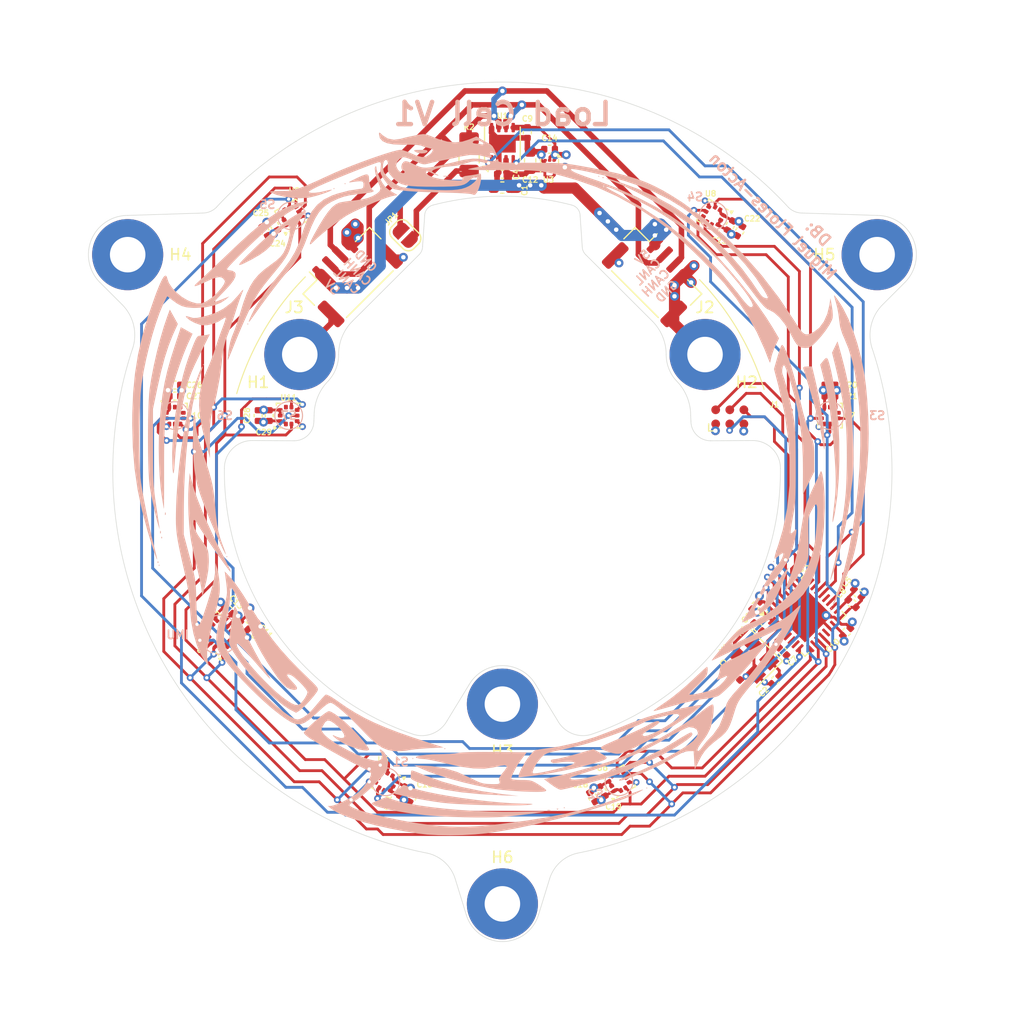
<source format=kicad_pcb>
(kicad_pcb (version 20240108) (generator "pcbnew") (generator_version "8.0")
  (layers (0 "F.Cu" signal) (1 "In1.Cu" signal) (2 "In2.Cu" signal) (31 "B.Cu" signal) (34 "B.Paste" user) (35 "F.Paste" user) (36 "B.SilkS" user "B.Silkscreen") (37 "F.SilkS" user "F.Silkscreen") (38 "B.Mask" user) (39 "F.Mask" user) (44 "Edge.Cuts" user))
  (net 0 "")
  (net 1 "+3V3")
  (net 2 "GND")
  (net 3 "+5V")
  (net 4 "/XTALI")
  (net 5 "/XTALR")
  (net 6 "/RST")
  (net 7 "/SWDIO")
  (net 8 "/SWO")
  (net 9 "/SWCLK")
  (net 10 "/CANL")
  (net 11 "/CANH")
  (net 12 "/XTALO")
  (net 13 "/MISO")
  (net 14 "/CS1")
  (net 15 "/SCK")
  (net 16 "/MOSI")
  (net 17 "/CNRX")
  (net 18 "/CNTX")
  (net 19 "/CS2")
  (net 20 "/CS5")
  (net 21 "/CS7")
  (net 22 "/CS6")
  (net 23 "/CS8")
  (net 24 "/CS3")
  (net 25 "/CS4")
  (net 40 "Net-(JP1-A)")
  (footprint "Connector:Tag-Connect_TC2030-IDC-NL_2x03_P1.27mm_Vertical" (layer "F.Cu") (at 170.48 95.115)
    (property "Reference" "J1")
    (property "Value" "Conn_ARM_SWD_TagConnect_TC2030-NL")
  )
  (footprint "Package_LGA:ST_HLGA-10_2x2mm_P0.5mm_LayoutBorder3x2y" (layer "F.Cu") (at 160.5 128 120)
    (property "Reference" "U6")
    (property "Value" "LPS22HH")
  )
  (footprint "MountingHole:MountingHole_3.2mm_M3_Pad" (layer "F.Cu") (at 168.25 89.5)
    (property "Reference" "H2")
    (property "Value" "MountingHole_Pad")
  )
  (footprint "Capacitor_SMD:C_0402_1005Metric" (layer "F.Cu") (at 175.25 116.25 -45)
    (property "Reference" "C7")
    (property "Value" "100n")
  )
  (footprint "MountingHole:MountingHole_3.2mm_M3_Pad" (layer "F.Cu") (at 150 139)
    (property "Reference" "H6")
    (property "Value" "MountingHole_Pad")
  )
  (footprint "Capacitor_SMD:C_0402_1005Metric" (layer "F.Cu") (at 129.484456 77.875 120)
    (property "Reference" "C25")
    (property "Value" "100n")
  )
  (footprint "Capacitor_SMD:C_0402_1005Metric" (layer "F.Cu") (at 126.736225 113.927989 135)
    (property "Reference" "C15")
    (property "Value" "10n")
  )
  (footprint "Capacitor_SMD:C_0402_1005Metric" (layer "F.Cu") (at 152.250001 69.500001 -90)
    (property "Reference" "C9")
    (property "Value" "100n")
  )
  (footprint "Capacitor_SMD:C_0402_1005Metric" (layer "F.Cu") (at 182 111 -45)
    (property "Reference" "C5")
    (property "Value" "10u")
  )
  (footprint "Package_SON:HVSON-8-1EP_3x3mm_P0.65mm_EP1.6x2.4mm" (layer "F.Cu") (at 150.000001 70.500001 90)
    (property "Reference" "U1")
    (property "Value" "TJA1044GTK/3")
  )
  (footprint "Capacitor_SMD:C_0402_1005Metric" (layer "F.Cu") (at 170.515544 77.875 -120)
    (property "Reference" "C23")
    (property "Value" "100n")
  )
  (footprint "Resistor_SMD:R_1206_3216Metric" (layer "F.Cu") (at 147 71.5 90)
    (property "Reference" "R2")
    (property "Value" "120")
  )
  (footprint "Package_LGA:ST_HLGA-10_2x2mm_P0.5mm_LayoutBorder3x2y" (layer "F.Cu") (at 130.75 95 90)
    (property "Reference" "U11")
    (property "Value" "LPS22HH")
  )
  (footprint "Capacitor_SMD:C_0603_1608Metric" (layer "F.Cu") (at 152.500001 72 90)
    (property "Reference" "C12")
    (property "Value" "4u7")
  )
  (footprint "MountingHole:MountingHole_3.2mm_M3_Pad" (layer "F.Cu") (at 183.75 80.5)
    (property "Reference" "H5")
    (property "Value" "MountingHole_Pad")
  )
  (footprint "Capacitor_SMD:C_0402_1005Metric" (layer "F.Cu") (at 129 95 90)
    (property "Reference" "C29")
    (property "Value" "100n")
  )
  (footprint "Capacitor_SMD:C_0402_1005Metric" (layer "F.Cu") (at 172.830582 112.116117 45)
    (property "Reference" "C6")
    (property "Value" "100n")
  )
  (footprint "Package_LGA:ST_HLGA-10_2x2mm_P0.5mm_LayoutBorder3x2y" (layer "F.Cu") (at 139.5 128 -120)
    (property "Reference" "U5")
    (property "Value" "LPS22HH")
  )
  (footprint "Package_LGA:ST_HLGA-10_2x2mm_P0.5mm_LayoutBorder3x2y" (layer "F.Cu") (at 169 77 -120)
    (property "Reference" "U8")
    (property "Value" "LPS22HH")
  )
  (footprint "Connector_JST:JST_GH_SM04B-GHS-TB_1x04-1MP_P1.25mm_Horizontal" (layer "F.Cu") (at 136.25 82.25 45)
    (property "Reference" "J3")
    (property "Value" "Conn_01x04_MountingPin")
  )
  (footprint "Capacitor_SMD:C_0402_1005Metric" (layer "F.Cu") (at 179.5 92.25)
    (property "Reference" "C20")
    (property "Value" "4u7")
  )
  (footprint "Capacitor_SMD:C_0603_1608Metric" (layer "F.Cu") (at 149.993082 74.458492 180)
    (property "Reference" "C1")
    (property "Value" "10u")
  )
  (footprint "Package_LGA:LGA-14_3x2.5mm_P0.5mm_LayoutBorder3x4y" (layer "F.Cu") (at 124.5 114.75 135)
    (property "Reference" "U4")
    (property "Value" "ICM-42688-P")
  )
  (footprint "Capacitor_SMD:C_0402_1005Metric" (layer "F.Cu") (at 120.5 92.25)
    (property "Reference" "C26")
    (property "Value" "4u7")
  )
  (footprint "Capacitor_SMD:C_0402_1005Metric" (layer "F.Cu") (at 150.000001 73.250001)
    (property "Reference" "C4")
    (property "Value" "100n")
  )
  (footprint "Connector_JST:JST_GH_SM04B-GHS-TB_1x04-1MP_P1.25mm_Horizontal" (layer "F.Cu") (at 163.75 82.25 -45)
    (property "Reference" "J2")
    (property "Value" "Conn_01x04_MountingPin")
  )
  (footprint "Capacitor_SMD:C_0402_1005Metric" (layer "F.Cu") (at 141.88157 129.375 -120)
    (property "Reference" "C16")
    (property "Value" "4u7")
  )
  (footprint "Capacitor_SMD:C_0402_1005Metric" (layer "F.Cu") (at 141.015544 128.875 -120)
    (property "Reference" "C17")
    (property "Value" "100n")
  )
  (footprint "Capacitor_SMD:C_0402_1005Metric" (layer "F.Cu") (at 128.000001 95 90)
    (property "Reference" "C28")
    (property "Value" "4u7")
  )
  (footprint "Capacitor_SMD:C_0402_1005Metric" (layer "F.Cu") (at 174.598349 118.833631 45)
    (property "Reference" "C2")
    (property "Value" "10p")
  )
  (footprint "Capacitor_SMD:C_0402_1005Metric" (layer "F.Cu") (at 127.443332 113.220881 135)
    (property "Reference" "C11")
    (property "Value" "2u2")
  )
  (footprint "Capacitor_SMD:C_0402_1005Metric" (layer "F.Cu") (at 158.11843 129.375 120)
    (property "Reference" "C18")
    (property "Value" "4u7")
  )
  (footprint "Capacitor_SMD:C_0402_1005Metric" (layer "F.Cu") (at 158.984456 128.875 120)
    (property "Reference" "C19")
    (property "Value" "100n")
  )
  (footprint "Package_LGA:ST_HLGA-10_2x2mm_P0.5mm_LayoutBorder3x2y" (layer "F.Cu") (at 179.5 95)
    (property "Reference" "U7")
    (property "Value" "LPS22HH")
  )
  (footprint "Package_DFN_QFN:DFN-6-1EP_1.2x1.2mm_P0.4mm_EP0.3x0.94mm_PullBack" (layer "F.Cu") (at 154.25 72.475 -90)
    (property "Reference" "U3")
    (property "Value" "NCP176")
  )
  (footprint "MountingHole:MountingHole_3.2mm_M3_Pad" (layer "F.Cu") (at 131.75 89.5)
    (property "Reference" "H1")
    (property "Value" "MountingHole_Pad")
  )
  (footprint "Capacitor_SMD:C_0402_1005Metric" (layer "F.Cu") (at 125.322011 112.513775 -45)
    (property "Reference" "C13")
    (property "Value" "100n")
  )
  (footprint "Crystal:Crystal_SMD_3225-4Pin_3.2x2.5mm" (layer "F.Cu") (at 172.653806 116.889087 135)
    (property "Reference" "Y1")
    (property "Value" "16MHz")
  )
  (footprint "Capacitor_SMD:C_0402_1005Metric" (layer "F.Cu") (at 171.38157 78.375 -120)
    (property "Reference" "C22")
    (property "Value" "4u7")
  )
  (footprint "Capacitor_SMD:C_0402_1005Metric" (layer "F.Cu") (at 171.062815 118.480078 135)
    (property "Reference" "C3")
    (property "Value" "10p")
  )
  (footprint "Capacitor_SMD:C_0402_1005Metric" (layer "F.Cu") (at 128.61843 78.375 120)
    (property "Reference" "C24")
    (property "Value" "4u7")
  )
  (footprint "Capacitor_SMD:C_0402_1005Metric" (layer "F.Cu") (at 179.5 93.25)
    (property "Reference" "C21")
    (property "Value" "100n")
  )
  (footprint "Capacitor_SMD:C_0402_1005Metric" (layer "F.Cu") (at 181 114.5 45)
    (property "Reference" "C10")
    (property "Value" "100n")
  )
  (footprint "Package_LGA:ST_HLGA-10_2x2mm_P0.5mm_LayoutBorder3x2y" (layer "F.Cu") (at 120.5 95)
    (property "Reference" "U10")
    (property "Value" "LPS22HH")
  )
  (footprint "MountingHole:MountingHole_3.2mm_M3_Pad" (layer "F.Cu") (at 150 121)
    (property "Reference" "H3")
    (property "Value" "MountingHole_Pad")
  )
  (footprint "MountingHole:MountingHole_3.2mm_M3_Pad" (layer "F.Cu") (at 116.25 80.5)
    (property "Reference" "H4")
    (property "Value" "MountingHole_Pad")
  )
  (footprint "Capacitor_SMD:C_0402_1005Metric" (layer "F.Cu") (at 181.49264 111.93934 -45)
    (property "Reference" "C8")
    (property "Value" "100n")
  )
  (footprint "Package_LGA:ST_HLGA-10_2x2mm_P0.5mm_LayoutBorder3x2y" (layer "F.Cu") (at 131 77 120)
    (property "Reference" "U9")
    (property "Value" "LPS22HH")
  )
  (footprint "Jumper:SolderJumper-2_P1.3mm_Open_RoundedPad1.0x1.5mm" (layer "F.Cu") (at 141.25 78.75 135)
    (property "Reference" "JP1")
    (property "Value" "Jumper_2_Open")
  )
  (footprint "Package_DFN_QFN:QFN-32-1EP_5x5mm_P0.5mm_EP3.45x3.45mm" (layer "F.Cu") (at 177.25 113 45)
    (property "Reference" "U2")
    (property "Value" "STM32G431KBUx")
  )
  (footprint "Capacitor_SMD:C_0402_1005Metric" (layer "F.Cu") (at 154.250001 71 180)
    (property "Reference" "C14")
    (property "Value" "2u2")
  )
  (footprint "Capacitor_SMD:C_0402_1005Metric" (layer "F.Cu") (at 120.5 93.25)
    (property "Reference" "C27")
    (property "Value" "100n")
  )
  (footprint "Resistor_SMD:R_0402_1005Metric" (layer "F.Cu") (at 173.007359 114.06066 -45)
    (property "Reference" "R1")
    (property "Value" "510")
  )
  (footprint "LOGO" (layer "B.Cu") (at 149.75 101 180)
    (property "Reference" "G1" (hide yes))
    (property "Value" "LOGO" (hide yes))
  )
  (gr_circle (center 169 77) (end 169 75.75) (stroke (width 0.1)) (fill none) (layer "B.SilkS"))
  (gr_circle (center 120.5 95) (end 120.5 93.75) (stroke (width 0.1)) (fill none) (layer "B.SilkS"))
  (gr_circle (center 124.5 114.75) (end 124.5 113) (stroke (width 0.1)) (fill none) (layer "B.SilkS"))
  (gr_circle (center 179.5 95) (end 179.5 93.75) (stroke (width 0.1)) (fill none) (layer "B.SilkS"))
  (gr_circle (center 139.5 128) (end 139.5 126.75) (stroke (width 0.1)) (fill none) (layer "B.SilkS"))
  (gr_circle (center 131 77) (end 131 75.75) (stroke (width 0.1)) (fill none) (layer "B.SilkS"))
  (gr_circle (center 160.5 128) (end 160.5 126.75) (stroke (width 0.1)) (fill none) (layer "B.SilkS"))
  (gr_circle (center 130.75 95) (end 130.75 93.75) (stroke (width 0.1)) (fill none) (layer "B.SilkS"))
  (gr_arc (start 167.75 82.75) (mid 171.239503 87.36023) (end 173.573188 92.650293) (stroke (width 0.1)) (layer "F.SilkS"))
  (gr_arc (start 126.070906 93.020681) (mid 128.506795 87.376429) (end 132.250001 82.500001) (stroke (width 0.1)) (layer "F.SilkS"))
  (gr_arc (start 142.005395 123.730191) (mid 129.589734 114.507126) (end 124.960572 99.749606) (stroke (width 0.05)) (layer "Edge.Cuts"))
  (gr_arc (start 153.249999 140) (mid 150 142.400367) (end 146.750001 140) (stroke (width 0.05)) (layer "Edge.Cuts"))
  (gr_line (start 116.25 76.964468) (end 123 76.75) (stroke (width 0.05)) (layer "Edge.Cuts"))
  (gr_arc (start 124.237437 76.237437) (mid 150 64.951904) (end 175.762563 76.237437) (stroke (width 0.05)) (layer "Edge.Cuts"))
  (gr_line (start 183.75 76.964468) (end 177 76.75) (stroke (width 0.05)) (layer "Edge.Cuts"))
  (gr_arc (start 143.757465 76.029857) (mid 150 75.230321) (end 156.242536 76.029857) (stroke (width 0.05)) (layer "Edge.Cuts"))
  (gr_arc (start 172.539428 97.249606) (mid 174.307195 97.981839) (end 175.039428 99.749606) (stroke (width 0.05)) (layer "Edge.Cuts"))
  (gr_arc (start 183.75 76.964468) (mid 187.016406 79.14701) (end 186.249999 82.999999) (stroke (width 0.05)) (layer "Edge.Cuts"))
  (gr_arc (start 177 76.75) (mid 176.330304 76.616789) (end 175.762563 76.237437) (stroke (width 0.05)) (layer "Edge.Cuts"))
  (gr_arc (start 157.499998 80.500001) (mid 157.270076 80.155898) (end 157.189338 79.750001) (stroke (width 0.05)) (layer "Edge.Cuts"))
  (gr_arc (start 143.264605 134.436711) (mid 119.708384 117.710748) (end 116.686536 88.978852) (stroke (width 0.05)) (layer "Edge.Cuts"))
  (gr_arc (start 143.264605 134.436712) (mid 144.816698 135.260942) (end 145.749999 136.75) (stroke (width 0.05)) (layer "Edge.Cuts"))
  (gr_arc (start 163.505204 86.494796) (mid 164.426488 87.873595) (end 164.75 89.5) (stroke (width 0.05)) (layer "Edge.Cuts"))
  (gr_arc (start 147.000001 119.250001) (mid 150 117.52689) (end 152.999999 119.250001) (stroke (width 0.05)) (layer "Edge.Cuts"))
  (gr_arc (start 135.25 89.5) (mid 135.573512 87.873595) (end 136.494796 86.494796) (stroke (width 0.05)) (layer "Edge.Cuts"))
  (gr_line (start 113.750001 82.999999) (end 115.75 85) (stroke (width 0.05)) (layer "Edge.Cuts"))
  (gr_arc (start 183.313465 88.978852) (mid 180.291617 117.710748) (end 156.735395 134.436712) (stroke (width 0.05)) (layer "Edge.Cuts"))
  (gr_arc (start 124.960572 99.749606) (mid 125.692805 97.981839) (end 127.460572 97.249606) (stroke (width 0.05)) (layer "Edge.Cuts"))
  (gr_arc (start 143 77) (mid 143.211794 76.384588) (end 143.757464 76.029857) (stroke (width 0.05)) (layer "Edge.Cuts"))
  (gr_arc (start 124.237437 76.237437) (mid 123.669696 76.616789) (end 123 76.75) (stroke (width 0.05)) (layer "Edge.Cuts"))
  (gr_arc (start 165.660209 91.854356) (mid 166.621476 93.298403) (end 166.958924 95) (stroke (width 0.05)) (layer "Edge.Cuts"))
  (gr_line (start 142.81066 79.75) (end 143 77) (stroke (width 0.05)) (layer "Edge.Cuts"))
  (gr_line (start 146.750001 140) (end 145.75 136.75) (stroke (width 0.05)) (layer "Edge.Cuts"))
  (gr_arc (start 145.013677 122.507598) (mid 143.724976 123.649001) (end 142.005395 123.730191) (stroke (width 0.05)) (layer "Edge.Cuts"))
  (gr_line (start 157.189338 79.750001) (end 157 77) (stroke (width 0.05)) (layer "Edge.Cuts"))
  (gr_arc (start 183.310488 88.979837) (mid 183.21495 86.856471) (end 184.25 85) (stroke (width 0.05)) (layer "Edge.Cuts"))
  (gr_arc (start 135.25 89.5) (mid 135.009704 90.774492) (end 134.321812 91.873981) (stroke (width 0.05)) (layer "Edge.Cuts"))
  (gr_arc (start 142.81066 79.75) (mid 142.729922 80.155897) (end 142.5 80.5) (stroke (width 0.05)) (layer "Edge.Cuts"))
  (gr_arc (start 157.994605 123.730191) (mid 156.275024 123.649001) (end 154.986323 122.507598) (stroke (width 0.05)) (layer "Edge.Cuts"))
  (gr_line (start 166.958924 95) (end 166.979462 95.5) (stroke (width 0.05)) (layer "Edge.Cuts"))
  (gr_line (start 133.0421 95) (end 133.02105 95.5) (stroke (width 0.05)) (layer "Edge.Cuts"))
  (gr_arc (start 133.02105 95.5) (mid 132.502471 96.751959) (end 131.250512 97.270538) (stroke (width 0.05)) (layer "Edge.Cuts"))
  (gr_line (start 152.999999 119.250001) (end 154.986323 122.507598) (stroke (width 0.05)) (layer "Edge.Cuts"))
  (gr_line (start 163.505204 86.494796) (end 157.499998 80.500001) (stroke (width 0.05)) (layer "Edge.Cuts"))
  (gr_arc (start 168.75 97.270538) (mid 167.498041 96.751959) (end 166.979462 95.5) (stroke (width 0.05)) (layer "Edge.Cuts"))
  (gr_arc (start 156.242536 76.029857) (mid 156.788206 76.384588) (end 157 77) (stroke (width 0.05)) (layer "Edge.Cuts"))
  (gr_line (start 153.249999 140) (end 154.25 136.75) (stroke (width 0.05)) (layer "Edge.Cuts"))
  (gr_arc (start 165.66021 91.854355) (mid 164.985474 90.762089) (end 164.75 89.5) (stroke (width 0.05)) (layer "Edge.Cuts"))
  (gr_arc (start 113.750001 82.999999) (mid 112.983594 79.14701) (end 116.25 76.964468) (stroke (width 0.05)) (layer "Edge.Cuts"))
  (gr_line (start 186.249999 82.999999) (end 184.25 85) (stroke (width 0.05)) (layer "Edge.Cuts"))
  (gr_line (start 147.000001 119.250001) (end 145.013677 122.507598) (stroke (width 0.05)) (layer "Edge.Cuts"))
  (gr_arc (start 154.250001 136.75) (mid 155.183303 135.260942) (end 156.735395 134.436712) (stroke (width 0.05)) (layer "Edge.Cuts"))
  (gr_arc (start 115.75 85) (mid 116.78505 86.856471) (end 116.689512 88.979837) (stroke (width 0.05)) (layer "Edge.Cuts"))
  (gr_line (start 136.494796 86.494796) (end 142.5 80.5) (stroke (width 0.05)) (layer "Edge.Cuts"))
  (gr_arc (start 175.039428 99.749606) (mid 170.410266 114.507126) (end 157.994605 123.730191) (stroke (width 0.05)) (layer "Edge.Cuts"))
  (gr_line (start 168.75 97.270538) (end 172.539428 97.249606) (stroke (width 0.05)) (layer "Edge.Cuts"))
  (gr_line (start 131.250512 97.270538) (end 127.460572 97.249606) (stroke (width 0.05)) (layer "Edge.Cuts"))
  (gr_arc (start 133.0421 95) (mid 133.374414 93.311091) (end 134.321812 91.873981) (stroke (width 0.05)) (layer "Edge.Cuts"))
  (gr_text "S6" (at 125 95 0) (layer "B.SilkS") (effects (font (size 0.75 0.75) (thickness 0.15) (bold yes)) (justify mirror)))
  (gr_text "CANL" (at 136.75 84.25 -45) (layer "B.SilkS") (effects (font (size 0.75 0.75) (thickness 0.15) (bold yes)) (justify left bottom mirror)))
  (gr_text "GND" (at 166 83.25 45) (layer "B.SilkS") (effects (font (size 0.75 0.75) (thickness 0.15) (bold yes)) (justify left bottom mirror)))
  (gr_text "IMU" (at 120.75 114.75 0) (layer "B.SilkS") (effects (font (size 0.75 0.75) (thickness 0.15) (bold yes)) (justify mirror)))
  (gr_text "CANH" (at 165.25 82.25 45) (layer "B.SilkS") (effects (font (size 0.75 0.75) (thickness 0.15) (bold yes)) (justify left bottom mirror)))
  (gr_text "5V" (at 134.888229 84.305091 315) (layer "B.SilkS") (effects (font (size 0.75 0.75) (thickness 0.15) (bold yes)) (justify left bottom mirror)))
  (gr_text "S5" (at 128.830303 75.982436 0) (layer "B.SilkS") (effects (font (size 0.75 0.75) (thickness 0.15) (bold yes)) (justify mirror)))
  (gr_text "S1" (at 140.838518 126.20727 0) (layer "B.SilkS") (effects (font (size 0.75 0.75) (thickness 0.15) (bold yes)) (justify mirror)))
  (gr_text "S7" (at 130.75 95 0) (layer "B.SilkS") (effects (font (size 0.75 0.75) (thickness 0.15) (bold yes)) (justify mirror)))
  (gr_text "5V" (at 163.5 80.5 45) (layer "B.SilkS") (effects (font (size 0.75 0.75) (thickness 0.15) (bold yes)) (justify left bottom mirror)))
  (gr_text "S2" (at 158.380059 129.10907 0) (layer "B.SilkS") (effects (font (size 0.75 0.75) (thickness 0.15) (bold yes)) (justify mirror)))
  (gr_text "DB:" (at 179 80 -45) (layer "B.SilkS") (effects (font (size 1 1) (thickness 0.2) (bold yes)) (justify left bottom mirror)))
  (gr_text "Load Cell V1" (at 150 69 0) (layer "B.SilkS") (effects (font (size 2 2) (thickness 0.4) (bold yes)) (justify bottom mirror)))
  (gr_text "S3" (at 183.75 95 0) (layer "B.SilkS") (effects (font (size 0.75 0.75) (thickness 0.15) (bold yes)) (justify mirror)))
  (gr_text "GND" (at 138.25 82.25 315) (layer "B.SilkS") (effects (font (size 0.75 0.75) (thickness 0.15) (bold yes)) (justify left bottom mirror)))
  (gr_text "CANH" (at 137.75 83.5 315) (layer "B.SilkS") (effects (font (size 0.75 0.75) (thickness 0.15) (bold yes)) (justify left bottom mirror)))
  (gr_text "S4" (at 167.350345 75.297041 0) (layer "B.SilkS") (effects (font (size 0.75 0.75) (thickness 0.15) (bold yes)) (justify mirror)))
  (gr_text "CANL" (at 164.455774 81.303228 45) (layer "B.SilkS") (effects (font (size 0.75 0.75) (thickness 0.15) (bold yes)) (justify left bottom mirror)))
  (gr_text "Miguel Flores-Acton" (at 179.5 83 -45) (layer "B.SilkS") (effects (font (size 1 1) (thickness 0.2) (bold yes)) (justify left bottom mirror)))
  (segment (start 180.884877 115.327785) (end 180.864183 115.307091) (width 0.254) (layer "F.Cu") (net 1))
  (segment (start 173.552854 112.75) (end 173.25 112.75) (width 0.254) (layer "F.Cu") (net 1))
  (segment (start 180.211009 112.513864) (end 181.124945 111.599929) (width 0.254) (layer "F.Cu") (net 1))
  (segment (start 130.806162 77.689263) (end 131.164744 77.785344) (width 0.254) (layer "F.Cu") (net 1))
  (segment (start 154.277001 71.723) (end 154.277001 72) (width 0.254) (layer "F.Cu") (net 1))
  (segment (start 181.660589 110.660589) (end 181.660589 110.213309) (width 0.254) (layer "F.Cu") (net 1))
  (segment (start 169.183897 96.367621) (end 169.163532 96.367621) (width 0.5) (layer "F.Cu") (net 1))
  (segment (start 120 94.4875) (end 119.7375 94.75) (width 0.254) (layer "F.Cu") (net 1))
  (segment (start 181.686607 110.660589) (end 181.766105 110.107793) (width 0.254) (layer "F.Cu") (net 1))
  (segment (start 171.62157 77.959308) (end 171.295561 77.4969) (width 0.254) (layer "F.Cu") (net 1))
  (segment (start 129.987501 95.499999) (end 130.237501 95.5) (width 0.254) (layer "F.Cu") (net 1))
  (segment (start 179.02 93.25) (end 179.02 94.2175) (width 0.254) (layer "F.Cu") (net 1))
  (segment (start 129.724456 78.290692) (end 130.562335 77.806942) (width 0.254) (layer "F.Cu") (net 1))
  (segment (start 178.897185 92.718274) (end 179.02 92.841089) (width 0.254) (layer "F.Cu") (net 1))
  (segment (start 172.939519 112.717972) (end 172.907491 112.75) (width 0.254) (layer "F.Cu") (net 1))
  (segment (start 181.660589 110.875) (end 181.660589 110.660589) (width 0.254) (layer "F.Cu") (net 1))
  (segment (start 126.965908 114.377128) (end 127.075635 114.267402) (width 0.254) (layer "F.Cu") (net 1))
  (segment (start 158.35843 129.790692) (end 158.75 129.5) (width 0.254) (layer "F.Cu") (net 1))
  (segment (start 180.779885 115.327785) (end 180.884877 115.327785) (width 0.254) (layer "F.Cu") (net 1))
  (segment (start 179.02 92.25) (end 179.02 92.595459) (width 0.254) (layer "F.Cu") (net 1))
  (segment (start 179 94.2375) (end 179 94.4875) (width 0.254) (layer "F.Cu") (net 1))
  (segment (start 128 95.48) (end 128.371736 95.48) (width 0.254) (layer "F.Cu") (net 1))
  (segment (start 169.693838 76.823237) (end 169.597756 76.464656) (width 0.254) (layer "F.Cu") (net 1))
  (segment (start 180.779885 115.222793) (end 180.779885 115.327785) (width 0.254) (layer "F.Cu") (net 1))
  (segment (start 141.255544 128.459308) (end 140.417665 127.975558) (width 0.254) (layer "F.Cu") (net 1))
  (segment (start 154.730001 71.500001) (end 154.75 71.5) (width 0.254) (layer "F.Cu") (net 1))
  (segment (start 169.183897 96.347256) (end 169.183897 96.367621) (width 0.5) (layer "F.Cu") (net 1))
  (segment (start 130.562335 77.806942) (end 130.589656 77.814263) (width 0.254) (layer "F.Cu") (net 1))
  (segment (start 153.270001 69.020001) (end 154.730001 70.480001) (width 0.254) (layer "F.Cu") (net 1))
  (segment (start 180.660589 115.103497) (end 180.779885 115.222793) (width 0.254) (layer "F.Cu") (net 1))
  (segment (start 152.250001 69.020001) (end 153.270001 69.020001) (width 0.254) (layer "F.Cu") (net 1))
  (segment (start 120 94.2375) (end 120 94.4875) (width 0.254) (layer "F.Cu") (net 1))
  (segment (start 173.25 112.75) (end 172.971547 112.75) (width 0.254) (layer "F.Cu") (net 1))
  (segment (start 124.982598 112.174365) (end 124.208317 112.948645) (width 0.254) (layer "F.Cu") (net 1))
  (segment (start 124.208317 112.948645) (end 124.208318 113.397657) (width 0.254) (layer "F.Cu") (net 1))
  (segment (start 154.730001 71) (end 154.730001 71.500001) (width 0.254) (layer "F.Cu") (net 1))
  (segment (start 170.755544 77.459308) (end 169.917665 76.975558) (width 0.254) (layer "F.Cu") (net 1))
  (segment (start 169.163532 96.367621) (end 169.188989 96.342164) (width 0.5) (layer "F.Cu") (net 1))
  (segment (start 129.390063 78.613625) (end 129.724456 78.290692) (width 0.254) (layer "F.Cu") (net 1))
  (segment (start 160.062335 128.806942) (end 160.089656 128.814263) (width 0.254) (layer "F.Cu") (net 1))
  (segment (start 180.660589 114.839411) (end 180.660589 115.103497) (width 0.254) (layer "F.Cu") (net 1))
  (segment (start 179.02 92.595459) (end 178.897185 92.718274) (width 0.254) (layer "F.Cu") (net 1))
  (segment (start 181.153229 111.599929) (end 181.153229 111.38236) (width 0.254) (layer "F.Cu") (net 1))
  (segment (start 160.089656 128.814263) (end 160.306162 128.689263) (width 0.254) (layer "F.Cu") (net 1))
  (segment (start 120.02 93.25) (end 120.02 94.2175) (width 0.254) (layer "F.Cu") (net 1))
  (segment (start 120.02 92.851106) (end 120.02 93.25) (width 0.254) (layer "F.Cu") (net 1))
  (segment (start 159.224456 129.290692) (end 160.062335 128.806942) (width 0.254) (layer "F.Cu") (net 1))
  (segment (start 172.907491 112.75) (end 172.785643 112.75) (width 0.254) (layer "F.Cu") (net 1))
  (segment (start 128.593548 95.48) (end 129.000001 95.48) (width 0.254) (layer "F.Cu") (net 1))
  (segment (start 129.000001 95.48) (end 129.967501 95.48) (width 0.254) (layer "F.Cu") (net 1))
  (segment (start 127 114.343037) (end 127 115) (width 0.254) (layer "F.Cu") (net 1))
  (segment (start 169.917665 76.975558) (end 169.910344 76.948237) (width 0.254) (layer "F.Cu") (net 1))
  (segment (start 140.417665 127.975558) (end 140.410344 127.948237) (width 0.254) (layer "F.Cu") (net 1))
  (segment (start 180.660589 114.642823) (end 179.857456 113.83969) (width 0.254) (layer "F.Cu") (net 1))
  (segment (start 128.482642 95.590906) (end 128.593548 95.48) (width 0.254) (layer "F.Cu") (net 1))
  (segment (start 141.722521 128.568321) (end 141.255544 128.459308) (width 0.254) (layer "F.Cu") (net 1))
  (segment (start 120.02 92.571606) (end 119.88025 92.711356) (width 0.254) (layer "F.Cu") (net 1))
  (segment (start 154.500001 71.5) (end 154.277001 71.723) (width 0.254) (layer "F.Cu") (net 1))
  (segment (start 120.02 92.25) (end 120.02 92.571606) (width 0.254) (layer "F.Cu") (net 1))
  (segment (start 180.660589 114.839411) (end 180.660589 114.642823) (width 0.254) (layer "F.Cu") (net 1))
  (segment (start 169.910344 76.948237) (end 169.693838 76.823237) (width 0.254) (layer "F.Cu") (net 1))
  (segment (start 179 94.4875) (end 178.7375 94.75) (width 0.254) (layer "F.Cu") (net 1))
  (segment (start 181.124945 111.599929) (end 181.153229 111.599929) (width 0.254) (layer "F.Cu") (net 1))
  (segment (start 127.782743 113.560293) (end 127.075635 114.267402) (width 0.254) (layer "F.Cu") (net 1))
  (segment (start 154.75 71.5) (end 154.730001 71.75) (width 0.254) (layer "F.Cu") (net 1))
  (segment (start 120.02 94.2175) (end 120 94.2375) (width 0.254) (layer "F.Cu") (net 1))
  (segment (start 154.730001 71.92) (end 154.650001 72) (width 0.254) (layer "F.Cu") (net 1))
  (segment (start 154.75 71.5) (end 155.75 71.5) (width 0.5) (layer "F.Cu") (net 1))
  (segment (start 128.222451 114) (end 128.22245 114) (width 0.254) (layer "F.Cu") (net 1))
  (segment (start 160.306162 128.689263) (end 160.664744 128.785344) (width 0.254) (layer "F.Cu") (net 1))
  (segment (start 174.28899 113.486136) (end 173.552854 112.75) (width 0.254) (layer "F.Cu") (net 1))
  (segment (start 142.12157 128.959308) (end 141.654213 128.683283) (width 0.254) (layer "F.Cu") (net 1))
  (segment (start 152.220001 69.050001) (end 152.250001 69.020001) (width 0.5) (layer "F.Cu") (net 1))
  (segment (start 179.02 92.841089) (end 179.02 93.25) (width 0.254) (layer "F.Cu") (net 1))
  (segment (start 172.971547 112.75) (end 172.939519 112.717972) (width 0.254) (layer "F.Cu") (net 1))
  (segment (start 181.660589 110.213309) (end 181.766105 110.107793) (width 0.254) (layer "F.Cu") (net 1))
  (segment (start 141.654213 128.683283) (end 141.722521 128.568321) (width 0.254) (layer "F.Cu") (net 1))
  (segment (start 181.153229 111.38236) (end 181.660589 110.875) (width 0.254) (layer "F.Cu") (net 1))
  (segment (start 130.589656 77.814263) (end 130.806162 77.689263) (width 0.254) (layer "F.Cu") (net 1))
  (segment (start 150.975001 69.050001) (end 152.220001 69.050001) (width 0.5) (layer "F.Cu") (net 1))
  (segment (start 128.85843 78.790692) (end 129.390063 78.613625) (width 0.254) (layer "F.Cu") (net 1))
  (segment (start 171.295561 77.4969) (end 170.755544 77.459308) (width 0.254) (layer "F.Cu") (net 1))
  (segment (start 128.371736 95.48) (end 128.482642 95.590906) (width 0.254) (layer "F.Cu") (net 1))
  (segment (start 140.410344 127.948237) (end 140.193838 127.823237) (width 0.254) (layer "F.Cu") (net 1))
  (segment (start 128.22245 114) (end 127.782743 113.560293) (width 0.254) (layer "F.Cu") (net 1))
  (segment (start 124.982598 112.174365) (end 124.614904 111.806668) (width 0.254) (layer "F.Cu") (net 1))
  (segment (start 125.498787 114.458318) (end 125.579976 114.377129) (width 0.254) (layer "F.Cu") (net 1))
  (segment (start 125.579976 114.377129) (end 126.965908 114.377128) (width 0.254) (layer "F.Cu") (net 1))
  (segment (start 169.21 96.321153) (end 169.183897 96.347256) (width 0.5) (layer "F.Cu") (net 1))
  (segment (start 154.730001 71.75) (end 154.730001 71.92) (width 0.254) (layer "F.Cu") (net 1))
  (segment (start 158.75 129.5) (end 158.908157 129.642412) (width 0.254) (layer "F.Cu") (net 1))
  (segment (start 129.967501 95.48) (end 129.987501 95.499999) (width 0.254) (layer "F.Cu") (net 1))
  (segment (start 154.730001 70.480001) (end 154.730001 71) (width 0.254) (layer "F.Cu") (net 1))
  (segment (start 140.193838 127.823237) (end 140.097756 127.464656) (width 0.254) (layer "F.Cu") (net 1))
  (segment (start 130.237501 95.5) (end 130.500001 95.7625) (width 0.254) (layer "F.Cu") (net 1))
  (segment (start 181.660589 110.660589) (end 181.686607 110.660589) (width 0.254) (layer "F.Cu") (net 1))
  (segment (start 154.500001 71.5) (end 154.730001 71.500001) (width 0.254) (layer "F.Cu") (net 1))
  (segment (start 127.075635 114.267402) (end 127 114.343037) (width 0.254) (layer "F.Cu") (net 1))
  (segment (start 169.21 95.75) (end 169.21 96.321153) (width 0.5) (layer "F.Cu") (net 1))
  (segment (start 158.908157 129.642412) (end 159.224456 129.290692) (width 0.254) (layer "F.Cu") (net 1))
  (segment (start 179.02 94.2175) (end 179 94.2375) (width 0.254) (layer "F.Cu") (net 1))
  (segment (start 172.785643 112.75) (end 172.491171 112.455528) (width 0.254) (layer "F.Cu") (net 1))
  (segment (start 119.88025 92.711356) (end 120.02 92.851106) (width 0.254) (layer "F.Cu") (net 1))
  (via (at 124.614904 111.806668) (size 0.8) (drill 0.4) (layers "F.Cu" "B.Cu") (net 1))
  (via (at 181.766105 110.107793) (size 0.8) (drill 0.4) (layers "F.Cu" "B.Cu") (net 1))
  (via (at 172.939519 112.717972) (size 0.8) (drill 0.4) (layers "F.Cu" "B.Cu") (net 1))
  (via (at 119.88025 92.711356) (size 0.8) (drill 0.4) (layers "F.Cu" "B.Cu") (net 1))
  (via (at 169.183897 96.367621) (size 0.8) (drill 0.4) (layers "F.Cu" "B.Cu") (net 1))
  (via (at 129.390063 78.613625) (size 0.8) (drill 0.4) (layers "F.Cu" "B.Cu") (net 1))
  (via (at 178.897185 92.718274) (size 0.8) (drill 0.4) (layers "F.Cu" "B.Cu") (net 1))
  (via (at 141.722521 128.568321) (size 0.8) (drill 0.4) (layers "F.Cu" "B.Cu") (net 1))
  (via (at 158.908157 129.642412) (size 0.8) (drill 0.4) (layers "F.Cu" "B.Cu") (net 1))
  (via (at 154.75 71.5) (size 0.8) (drill 0.4) (layers "F.Cu" "B.Cu") (net 1))
  (via (at 127 115) (size 0.8) (drill 0.4) (layers "F.Cu" "B.Cu") (net 1))
  (via (at 180.779885 115.327785) (size 0.8) (drill 0.4) (layers "F.Cu" "B.Cu") (net 1))
  (via (at 155.75 71.5) (size 0.8) (drill 0.4) (layers "F.Cu" "B.Cu") (net 1))
  (via (at 171.295561 77.4969) (size 0.8) (drill 0.4) (layers "F.Cu" "B.Cu") (net 1))
  (via (at 128.222451 114) (size 0.8) (drill 0.4) (layers "F.Cu" "B.Cu") (net 1))
  (via (at 128.482642 95.590906) (size 0.8) (drill 0.4) (layers "F.Cu" "B.Cu") (net 1))
  (segment (start 171.929725 118.513797) (end 172.584731 118.513797) (width 0.254) (layer "F.Cu") (net 2))
  (segment (start 180 92.826097) (end 180.107823 92.718274) (width 0.254) (layer "F.Cu") (net 2))
  (segment (start 149.025001 69.525001) (end 150.000001 70.500001) (width 0.5) (layer "F.Cu") (net 2))
  (segment (start 180 93.27) (end 179.98 93.25) (width 0.254) (layer "F.Cu") (net 2))
  (segment (start 121 92.27) (end 120.98 92.25) (width 0.254) (layer "F.Cu") (net 2))
  (segment (start 180.107823 92.718274) (end 180 92.610451) (width 0.254) (layer "F.Cu") (net 2))
  (segment (start 121 92.828531) (end 121.108874 92.719657) (width 0.254) (layer "F.Cu") (net 2))
  (segment (start 172.653806 118.091169) (end 172.830582 118.267946) (width 0.254) (layer "F.Cu") (net 2))
  (segment (start 153.545001 71.225001) (end 153.770001 71) (width 0.5) (layer "F.Cu") (net 2))
  (segment (start 169.410344 77.814263) (end 170.248224 78.298013) (width 0.254) (layer "F.Cu") (net 2))
  (segment (start 179.184285 112.987912) (end 179.360322 113.163949) (width 0.254) (layer "F.Cu") (net 2))
  (segment (start 181.339411 114.030877) (end 181.339411 114.160589) (width 0.254) (layer "F.Cu") (net 2))
  (segment (start 173.551832 111.776706) (end 174.28899 112.513864) (width 0.254) (layer "F.Cu") (net 2))
  (segment (start 153.647571 72.102429) (end 153.5 71.954858) (width 0.254) (layer "F.Cu") (net 2))
  (segment (start 149.025001 69.050001) (end 149.025001 69.525001) (width 0.5) (layer "F.Cu") (net 2))
  (segment (start 125.661424 113.588576) (end 125.145236 114.104764) (width 0.254) (layer "F.Cu") (net 2))
  (segment (start 130.339656 77.38125) (end 130.089656 76.948237) (width 0.254) (layer "F.Cu") (net 2))
  (segment (start 171.75 95.75) (end 171.734725 96.39817) (width 0.5) (layer "F.Cu") (net 2))
  (segment (start 166.482322 82.267678) (end 167.25 81.5) (width 1) (layer "F.Cu") (net 2))
  (segment (start 180 92.610451) (end 180 92.27) (width 0.254) (layer "F.Cu") (net 2))
  (segment (start 132.448237 77.051763) (end 132.5 77) (width 0.254) (layer "F.Cu") (net 2))
  (segment (start 149.520001 74.205) (end 149.225001 74.5) (width 0.5) (layer "F.Cu") (net 2))
  (segment (start 121 93.27) (end 120.98 93.25) (width 0.254) (layer "F.Cu") (net 2))
  (segment (start 165.5 83.151651) (end 165.5 83.25) (width 1) (layer "F.Cu") (net 2))
  (segment (start 178.7375 95.7625) (end 178.5 96) (width 0.254) (layer "F.Cu") (net 2))
  (segment (start 177.073222 112.823223) (end 177.25 113) (width 0.254) (layer "F.Cu") (net 2))
  (segment (start 160.161433 80.570621) (end 160.161433 80.911433) (width 0.5) (layer "F.Cu") (net 2))
  (segment (start 153.048001 71.225) (end 153.323001 71.5) (width 0.254) (layer "F.Cu") (net 2))
  (segment (start 141.179633 129.567134) (end 141.614249 129.798013) (width 0.254) (layer "F.Cu") (net 2))
  (segment (start 139.089656 126.589656) (end 139.089656 127.185737) (width 0.254) (layer "F.Cu") (net 2))
  (segment (start 182.339411 111.339411) (end 182.339411 111.326532) (width 0.254) (layer "F.Cu") (net 2))
  (segment (start 125.661424 112.853185) (end 124.791682 113.722926) (width 0.254) (layer "F.Cu") (net 2))
  (segment (start 181.418395 112.278751) (end 180.21101 113.486136) (width 0.254) (layer "F.Cu") (net 2))
  (segment (start 153.844 72.006) (end 153.844 72) (width 0.254) (layer "F.Cu") (net 2))
  (segment (start 171.624033 118.819489) (end 171.402226 118.819489) (width 0.254) (layer "F.Cu") (net 2))
  (segment (start 153.647571 72.102429) (end 153.747571 72.102429) (width 0.254) (layer "F.Cu") (net 2))
  (segment (start 152.250001 69.980001) (end 150.520001 69.980001) (width 0.5) (layer "F.Cu") (net 2))
  (segment (start 152.500001 71.225) (end 153.545001 71.225001) (width 0.5) (layer "F.Cu") (net 2))
  (segment (start 171.929725 118.513797) (end 171.624033 118.819489) (width 0.254) (layer "F.Cu") (net 2))
  (segment (start 149.675001 71.950001) (end 149.675001 73.095001) (width 0.5) (layer "F.Cu") (net 2))
  (segment (start 139.910344 128.814263) (end 141.133113 129.630915) (width 0.254) (layer "F.Cu") (net 2))
  (segment (start 173.588504 119.025866) (end 172.830583 118.267945) (width 0.254) (layer "F.Cu") (net 2))
  (segment (start 159.839656 128.38125) (end 159.589656 127.948237) (width 0.254) (layer "F.Cu") (net 2))
  (segment (start 180.991995 113.813173) (end 181.339411 114.160589) (width 0.254) (layer "F.Cu") (net 2))
  (segment (start 172.653806 115.687006) (end 172.653806 118.091169) (width 0.254) (layer "F.Cu") (net 2))
  (segment (start 178.31066 113) (end 177.25 113) (width 0.254) (layer "F.Cu") (net 2))
  (segment (start 140.001387 80.733441) (end 139.838567 80.570621) (width 0.5) (layer "F.Cu") (net 2))
  (segment (start 160.161433 80.911433) (end 160.5 81.25) (width 0.5) (layer "F.Cu") (net 2))
  (segment (start 172.584731 118.513797) (end 172.830583 118.267945) (width 0.254) (layer "F.Cu") (net 2))
  (segment (start 173.155704 111.25672) (end 173.169993 111.776706) (width 0.254) (layer "F.Cu") (net 2))
  (segment (start 149.675001 71.950001) (end 149.675001 70.825001) (width 0.5) (layer "F.Cu") (net 2))
  (segment (start 141.133113 129.630915) (end 141.179633 129.567134) (width 0.254) (layer "F.Cu") (net 2))
  (segment (start 155.625 72.625) (end 155.475 72.475) (width 0.254) (layer "F.Cu") (net 2))
  (segment (start 182.592936 111.073007) (end 182.592936 110.894776) (width 0.254) (layer "F.Cu") (net 2))
  (segment (start 131.5125 95.5125) (end 132 96) (width 0.254) (layer "F.Cu") (net 2))
  (segment (start 140.748224 129.298013) (end 140.775544 129.290692) (width 0.254) (layer "F.Cu") (net 2))
  (segment (start 120 95.7625) (end 119.9875 95.7625) (width 0.254) (layer "F.Cu") (net 2))
  (segment (start 180.538047 113.813173) (end 180.991995 113.813173) (width 0.254) (layer "F.Cu") (net 2))
  (segment (start 166.383973 82.267678) (end 165.5 83.151651) (width 1) (layer "F.Cu") (net 2))
  (segment (start 136.267678 79.616027) (end 136 79.348349) (width 1) (layer "F.Cu") (net 2))
  (segment (start 166.383973 82.267678) (end 166.383973 82.383973) (width 1) (layer "F.Cu") (net 2))
  (segment (start 152.250001 70.975) (end 152.500001 71.225) (width 0.5) (layer "F.Cu") (net 2))
  (segment (start 150.520001 69.980001) (end 150.000001 70.500001) (width 0.5) (layer "F.Cu") (net 2))
  (segment (start 154.020142 72.475) (end 153.647571 72.102429) (width 0.254) (layer "F.Cu") (net 2))
  (segment (start 165.5 83.25) (end 165.5 84.25) (width 1) (layer "F.Cu") (net 2))
  (segment (start 149.520001 73.250001) (end 149.520001 74.205) (width 0.5) (layer "F.Cu") (net 2))
  (segment (start 158.311122 128.597165) (end 158.606599 128.597165) (width 0.254) (layer "F.Cu") (net 2))
  (segment (start 121.108874 92.719657) (end 121 92.610783) (width 0.254) (layer "F.Cu") (net 2))
  (segment (start 130.089656 76.948237) (end 129.251776 77.431987) (width 0.254) (layer "F.Cu") (net 2))
  (segment (start 128.77994 77.571132) (end 128.385751 77.931987) (width 0.254) (layer "F.Cu") (net 2))
  (segment (start 125.852343 113.044104) (end 126.205897 113.044103) (width 0.254) (layer "F.Cu") (net 2))
  (segment (start 129.987501 94.500001) (end 129.02 94.500001) (width 0.254) (layer "F.Cu") (net 2))
  (segment (start 180 94.2375) (end 180 93.27) (width 0.254) (layer "F.Cu") (net 2))
  (segment (start 173.73568 119.173042) (end 173.61367 119.051032) (width 0.254) (layer "F.Cu") (net 2))
  (segment (start 149.675001 73.095001) (end 149.520001 73.250001) (width 0.5) (layer "F.Cu") (net 2))
  (segment (start 153.5 71.954858) (end 153.5 71.5) (width 0.254) (layer "F.Cu") (net 2))
  (segment (start 127.266554 112.336999) (end 127.266556 112.718835) (width 0.254) (layer "F.Cu") (net 2))
  (segment (start 165.5 84.25) (end 165.5 85.767946) (width 1) (layer "F.Cu") (net 2))
  (segment (start 131.5125 95.499999) (end 131.5125 95.5125) (width 0.254) (layer "F.Cu") (net 2))
  (segment (start 141.614249 129.798013) (end 141.64157 129.790692) (width 0.254) (layer "F.Cu") (net 2))
  (segment (start 181.832051 112.167949) (end 182.339411 111.660589) (width 0.254) (layer "F.Cu") (net 2))
  (segment (start 182.771167 110.894776) (end 182.695235 110.970708) (width 0.254) (layer "F.Cu") (net 2))
  (segment (start 165.429379 86.679379) (end 168.25 89.5) (width 1) (layer "F.Cu") (net 2))
  (segment (start 128.980001 94.500001) (end 128.5 94.5) (width 0.254) (layer "F.Cu") (net 2))
  (segment (start 129.000001 94.52) (end 128.980001 94.500001) (width 0.254) (layer "F.Cu") (net 2))
  (segment (start 159.589656 127.948237) (end 158.751776 128.431987) (width 0.254) (layer "F.Cu") (net 2))
  (segment (start 173.169993 111.776706) (end 173.551832 111.776706) (width 0.254) (layer "F.Cu") (net 2))
  (segment (start 182.592936 110.894776) (end 182.771167 110.894776) (width 0.254) (layer "F.Cu") (net 2))
  (segment (start 165.5 85.767946) (end 165.429379 85.838567) (width 1) (layer "F.Cu") (net 2))
  (segment (start 124.791682 113.722926) (end 124.791682 113.751213) (width 0.254) (layer "F.Cu") (net 2))
  (segment (start 171.734725 96.39817) (end 171.75 96.36253) (width 0.5) (layer "F.Cu") (net 2))
  (segment (start 129.251776 77.431987) (end 129.244456 77.459308) (width 0.254) (layer "F.Cu") (net 2))
  (segment (start 166.383973 82.383973) (end 167 83) (width 1) (layer "F.Cu") (net 2))
  (segment (start 177.413948 113.163949) (end 177.25 113) (width 0.254) (layer "F.Cu") (net 2))
  (segment (start 179.360322 113.163949) (end 179.888822 113.163949) (width 0.254) (layer "F.Cu") (net 2))
  (segment (start 136.267678 79.616027) (end 136.383973 79.616027) (width 1) (layer "F.Cu") (net 2))
  (segment (start 137 79) (end 137 78) (width 1) (layer "F.Cu") (net 2))
  (segment (start 174.598349 112.823223) (end 177.073222 112.823223) (width 0.254) (layer "F.Cu") (net 2))
  (segment (start 171.114249 78.798013) (end 171.14157 78.790692) (width 0.254) (layer "F.Cu") (net 2))
  (segment (start 140.160344 128.38125) (end 139.910344 128.814263) (width 0.254) (layer "F.Cu") (net 2))
  (segment (start 136.383973 79.616027) (end 137 79) (width 1) (layer "F.Cu") (net 2))
  (segment (start 157.885751 128.931987) (end 157.87843 128.959308) (width 0.254) (layer "F.Cu") (net 2))
  (segment (start 136 79.348349) (end 136 78.5) (width 1) (layer "F.Cu") (net 2))
  (segment (start 125.145236 114.104764) (end 124.791682 113.751213) (width 0.254) (layer "F.Cu") (net 2))
  (segment (start 129.02 94.500001) (end 129.000001 94.52) (width 0.254) (layer "F.Cu") (net 2))
  (segment (start 128.385751 77.931987) (end 128.37843 77.959308) (width 0.254) (layer "F.Cu") (net 2))
  (segment (start 154.25 72.475) (end 154.020142 72.475) (width 0.254) (layer "F.Cu") (net 2))
  (segment (start 139 126.5) (end 139.089656 126.589656) (width 0.254) (layer "F.Cu") (net 2))
  (segment (start 122.5 113.810661) (end 123.147657 114.458318) (width 0.254) (layer "F.Cu") (net 2))
  (segment (start 180 94.2375) (end 180 92.826097) (width 0.254) (layer "F.Cu") (net 2))
  (segment (start 166.383973 82.267678) (end 166.482322 82.267678) (width 1) (layer "F.Cu") (net 2))
  (segment (start 173.124178 111.200171) (end 173.169993 111.245986) (width 0.254) (layer "F.Cu") (net 2))
  (segment (start 128.5 94.5) (end 128.02 94.5) (width 0.254) (layer "F.Cu") (net 2))
  (segment (start 181.591278 113.677752) (end 181.591278 113.77901) (width 0.254) (layer "F.Cu") (net 2))
  (segment (start 131.910344 77.051763) (end 132.448237 77.051763) (width 0.254) (layer "F.Cu") (net 2))
  (segment (start 121 92.610783) (end 121 92.27) (width 0.254) (layer "F.Cu") (net 2))
  (segment (start 153.747571 72.102429) (end 153.844 72.006) (width 0.254) (layer "F.Cu") (net 2))
  (segment (start 179 95.7625) (end 178.7375 95.7625) (width 0.254) (layer "F.Cu") (net 2))
  (segment (start 127.266556 112.718835) (end 127.10392 112.881472) (width 0.254) (layer "F.Cu") (net 2))
  (segment (start 126.396815 113.588576) (end 125.661424 113.588576) (width 0.254) (layer "F.Cu") (net 2))
  (segment (start 168.589656 76.185737) (end 168.589656 75.984932) (width 0.254) (layer "F.Cu") (net 2))
  (segment (start 180.21101 113.486136) (end 180.538047 113.813173) (width 0.254) (layer "F.Cu") (net 2))
  (segment (start 136 78.5) (end 136.75 77.75) (width 1) (layer "F.Cu") (net 2))
  (segment (start 181.512087 113.598561) (end 181.512087 113.858201) (width 0.254) (layer "F.Cu") (net 2))
  (segment (start 180 92.27) (end 179.98 92.25) (width 0.254) (layer "F.Cu") (net 2))
  (segment (start 182.339411 111.660589) (end 182.339411 111.339411) (width 0.254) (layer "F.Cu") (net 2))
  (segment (start 181.512087 113.598561) (end 181.591278 113.677752) (width 0.254) (layer "F.Cu") (net 2))
  (segment (start 179.503903 114.193243) (end 178.31066 113) (width 0.254) (layer "F.Cu") (net 2))
  (segment (start 182.339411 111.326532) (end 182.592936 111.073007) (width 0.254) (layer "F.Cu") (net 2))
  (segment (start 127.10392 112.881472) (end 126.396815 113.588576) (width 0.254) (layer "F.Cu") (net 2))
  (segment (start 126.205896 113.397657) (end 126.205897 113.044103) (width 0.254) (layer "F.Cu") (net 2))
  (segment (start 137 78) (end 136.75 77.75) (width 1) (layer "F.Cu") (net 2))
  (segment (start 158.311122 128.597165) (end 158.237118 128.54938) (width 0.254) (layer "F.Cu") (net 2))
  (segment (start 120.5 94.2375) (end 121 94.2375) (width 0.254) (layer "F.Cu") (net 2))
  (segment (start 169.660344 77.38125) (end 169.410344 77.814263) (width 0.254) (layer "F.Cu") (net 2))
  (segment (start 158.237118 128.54938) (end 157.885751 128.931987) (width 0.254) (layer "F.Cu") (net 2))
  (segment (start 158.751776 128.431987) (end 158.744456 128.459308) (width 0.254) (layer "F.Cu") (net 2))
  (segment (start 152.500001 71.225) (end 153.048001 71.225) (width 0.254) (layer "F.Cu") (net 2))
  (segment (start 170.248224 78.298013) (end 170.275544 78.290692) (width 0.254) (layer "F.Cu") (net 2))
  (segment (start 134.570621 85.838567) (end 134.570621 86.679379) (width 0.5) (layer "F.Cu") (net 2))
  (segment (start 179.888822 113.163949) (end 180.211009 113.486136) (width 0.254) (layer "F.Cu") (net 2))
  (segment (start 173.169993 111.245986) (end 173.155704 111.25672) (width 0.254) (layer "F.Cu") (net 2))
  (segment (start 119.9875 95.7625) (end 119.75 96) (width 0.254) (layer "F.Cu") (net 2))
  (segment (start 179.114183 112.987912) (end 179.184285 112.987912) (width 0.254) (layer "F.Cu") (net 2))
  (segment (start 174.258938 119.173042) (end 173.73568 119.173042) (width 0.254) (layer "F.Cu") (net 2))
  (segment (start 153.323001 71.5) (end 153.5 71.5) (width 0.254) (layer "F.Cu") (net 2))
  (segment (start 179.067538 113.163949) (end 177.413948 113.163949) (width 0.254) (layer "F.Cu") (net 2))
  (segment (start 125.661424 112.853185) (end 125.852343 113.044104) (width 0.254) (layer "F.Cu") (net 2))
  (segment (start 181.512087 113.858201) (end 181.339411 114.030877) (width 0.254) (layer "F.Cu") (net 2))
  (segment (start 141.080811 80.733441) (end 140.001387 80.733441) (width 0.5) (layer "F.Cu") (net 2))
  (segment (start 165.429379 85.838567) (end 165.429379 86.679379) (width 1) (layer "F.Cu") (net 2))
  (segment (start 173.61367 119.051032) (end 173.61367 119.025866) (width 0.254) (layer "F.Cu") (net 2))
  (segment (start 162.051763 128.051763) (end 161.410344 128.051763) (width 0.254) (layer "F.Cu") (net 2))
  (segment (start 181.832051 112.278751) (end 181.418395 112.278751) (width 0.254) (layer "F.Cu") (net 2))
  (segment (start 173.61367 119.025866) (end 173.588504 119.025866) (width 0.254) (layer "F.Cu") (net 2))
  (segment (start 129.9875 95) (end 129.987501 94.500001) (width 0.254) (layer "F.Cu") (net 2))
  (segment (start 170.615298 78.661418) (end 171.114249 78.798013) (width 0.254) (layer "F.Cu") (net 2))
  (segment (start 174.28899 112.513864) (end 174.598349 112.823223) (width 0.254) (layer "F.Cu") (net 2))
  (segment (start 181.832051 112.278751) (end 181.832051 112.167949) (width 0.254) (layer "F.Cu") (net 2))
  (segment (start 168.589656 75.984932) (end 168.249764 75.64504) (width 0.254) (layer "F.Cu") (net 2))
  (segment (start 155.475 72.475) (end 154.25 72.475) (width 0.254) (layer "F.Cu") (net 2))
  (segment (start 152.250001 69.980001) (end 152.250001 70.975) (width 0.5) (layer "F.Cu") (net 2))
  (segment (start 158.606599 128.597165) (end 158.744456 128.459308) (width 0.254) (layer "F.Cu") (net 2))
  (segment (start 179.5 94.2375) (end 180 94.2375) (width 0.254) (layer "F.Cu") (net 2))
  (segment (start 121 94.2375) (end 121 92.828531) (width 0.254) (layer "F.Cu") (net 2))
  (segment (start 175.589411 117.120168) (end 175.589411 116.589411) (width 0.254) (layer "F.Cu") (net 2))
  (segment (start 179.21393 113.017557) (end 179.067538 113.163949) (width 0.254) (layer "F.Cu") (net 2))
  (segment (start 134.570621 86.679379) (end 131.75 89.5) (width 0.5) (layer "F.Cu") (net 2))
  (segment (start 149.675001 70.825001) (end 150.000001 70.500001) (width 0.5) (layer "F.Cu") (net 2))
  (segment (start 139.910344 128.814263) (end 140.748224 129.298013) (width 0.254) (layer "F.Cu") (net 2))
  (segment (start 179.184285 112.987912) (end 179.21393 113.017557) (width 0.254) (layer "F.Cu") (net 2))
  (segment (start 121 94.2375) (end 121 93.27) (width 0.254) (layer "F.Cu") (net 2))
  (segment (start 126.396815 113.588576) (end 126.205896 113.397657) (width 0.254) (layer "F.Cu") (net 2))
  (via (at 158.237118 128.54938) (size 0.8) (drill 0.4) (layers "F.Cu" "B.Cu") (net 2))
  (via (at 170.615298 78.661418) (size 0.8) (drill 0.4) (layers "F.Cu" "B.Cu") (net 2))
  (via (at 128.5 94.5) (size 0.8) (drill 0.4) (layers "F.Cu" "B.Cu") (net 2))
  (via (at 162.051763 128.051763) (size 0.6) (drill 0.3) (layers "F.Cu" "B.Cu") (net 2))
  (via (at 155.625 72.625) (size 0.8) (drill 0.4) (layers "F.Cu" "B.Cu") (net 2))
  (via (at 181.512087 113.598561) (size 0.8) (drill 0.4) (layers "F.Cu" "B.Cu") (net 2))
  (via (at 178.5 96) (size 0.6) (drill 0.3) (layers "F.Cu" "B.Cu") (net 2))
  (via (at 167.25 81.5) (size 0.8) (drill 0.4) (layers "F.Cu" "B.Cu") (net 2))
  (via (at 173.61367 119.025866) (size 0.6) (drill 0.3) (layers "F.Cu" "B.Cu") (net 2))
  (via (at 132.5 77) (size 0.6) (drill 0.3) (layers "F.Cu" "B.Cu") (net 2))
  (via (at 179.154537 113.005207) (size 0.8) (drill 0.4) (layers "F.Cu" "B.Cu") (net 2))
  (via (at 139 126.5) (size 0.6) (drill 0.3) (layers "F.Cu" "B.Cu") (net 2))
  (via (at 171.734725 96.39817) (size 0.8) (drill 0.4) (layers "F.Cu" "B.Cu") (net 2))
  (via (at 127.266554 112.336999) (size 0.8) (drill 0.4) (layers "F.Cu" "B.Cu") (net 2))
  (via (at 160.5 81.25) (size 0.8) (drill 0.4) (layers "F.Cu" "B.Cu") (net 2))
  (via (at 165.5 83.25) (size 0.8) (drill 0.4) (layers "F.Cu" "B.Cu") (net 2))
  (via (at 180.107823 92.718274) (size 0.8) (drill 0.4) (layers "F.Cu" "B.Cu") (net 2))
  (via (at 175.589411 117.120168) (size 0.6) (drill 0.3) (layers "F.Cu" "B.Cu") (net 2))
  (via (at 132 96) (size 0.6) (drill 0.3) (layers "F.Cu" "B.Cu") (net 2))
  (via (at 153.5 71.5) (size 0.8) (drill 0.4) (layers "F.Cu" "B.Cu") (net 2))
  (via (at 137 79) (size 0.8) (drill 0.4) (layers "F.Cu" "B.Cu") (net 2))
  (via (at 141.133113 129.630915) (size 0.8) (drill 0.4) (layers "F.Cu" "B.Cu") (net 2))
  (via (at 173.155704 111.25672) (size 0.8) (drill 0.4) (layers "F.Cu" "B.Cu") (net 2))
  (via (at 122.5 113.810661) (size 0.6) (drill 0.3) (layers "F.Cu" "B.Cu") (net 2))
  (via (at 128.77994 77.571132) (size 0.8) (drill 0.4) (layers "F.Cu" "B.Cu") (net 2))
  (via (at 121.108874 92.719657) (size 0.8) (drill 0.4) (layers "F.Cu" "B.Cu") (net 2))
  (via (at 126.205897 113.044103) (size 0.8) (drill 0.4) (layers "F.Cu" "B.Cu") (net 2))
  (via (at 168.249764 75.64504) (size 0.6) (drill 0.3) (layers "F.Cu" "B.Cu") (net 2))
  (via (at 171.929725 118.513797) (size 0.6) (drill 0.3) (layers "F.Cu" "B.Cu") (net 2))
  (via (at 165.5 84.25) (size 0.8) (drill 0.4) (layers "F.Cu" "B.Cu") (net 2))
  (via (at 119.75 96) (size 0.6) (drill 0.3) (layers "F.Cu" "B.Cu") (net 2))
  (via (at 136 78.5) (size 0.8) (drill 0.4) (layers "F.Cu" "B.Cu") (net 2))
  (via (at 136.75 77.75) (size 0.8) (drill 0.4) (layers "F.Cu" "B.Cu") (net 2))
  (via (at 141.080811 80.733441) (size 0.8) (drill 0.4) (layers "F.Cu" "B.Cu") (net 2))
  (via (at 167 83) (size 0.8) (drill 0.4) (layers "F.Cu" "B.Cu") (net 2))
  (via (at 182.592936 110.894776) (size 0.8) (drill 0.4) (layers "F.Cu" "B.Cu") (net 2))
  (segment (start 164.25 77.75) (end 164.75 78.25) (width 1) (layer "F.Cu") (net 3))
  (segment (start 158.75 76.75) (end 159.5 77.5) (width 1) (layer "F.Cu") (net 3))
  (segment (start 163.732322 77.75) (end 164.25 77.75) (width 1) (layer "F.Cu") (net 3))
  (segment (start 164.232322 78.767678) (end 164.75 78.25) (width 1) (layer "F.Cu") (net 3))
  (segment (start 150.480001 74.205) (end 150.480001 73.250001) (width 0.75) (layer "F.Cu") (net 3))
  (segment (start 154.677001 73.323) (end 154.677001 72.95) (width 0.254) (layer "F.Cu") (net 3))
  (segment (start 152.775001 72.775) (end 152.950001 72.949999) (width 0.254) (layer "F.Cu") (net 3))
  (segment (start 152.950001 72.949999) (end 153.823002 72.95) (width 0.254) (layer "F.Cu") (net 3))
  (segment (start 163.732322 78.767678) (end 163.732322 77.75) (width 1) (layer "F.Cu") (net 3))
  (segment (start 163.732322 78.767678) (end 164.232322 78.767678) (width 1) (layer "F.Cu") (net 3))
  (segment (start 153.823001 73.363929) (end 153.959072 73.5) (width 0.254) (layer "F.Cu") (net 3))
  (segment (start 150.835839 74.439161) (end 150.776215 74.437992) (width 1) (layer "F.Cu") (net 3))
  (segment (start 137 83.5) (end 136 83.5) (width 1) (layer "F.Cu") (net 3))
  (segment (start 153.959072 73.5) (end 154.500001 73.5) (width 0.254) (layer "F.Cu") (net 3))
  (segment (start 156.5 74.5) (end 158.75 76.75) (width 1) (layer "F.Cu") (net 3))
  (segment (start 134.848349 83.5) (end 136 83.5) (width 1) (layer "F.Cu") (net 3))
  (segment (start 151.310839 74.439161) (end 150.835839 74.439161) (width 1) (layer "F.Cu") (net 3))
  (segment (start 151.5 74.25) (end 151.310839 74.439161) (width 1) (layer "F.Cu") (net 3))
  (segment (start 163.732322 78.767678) (end 163.732322 79.616027) (width 1) (layer "F.Cu") (net 3))
  (segment (start 152.025001 73.250001) (end 152.500001 72.775) (width 0.5) (layer "F.Cu") (net 3))
  (segment (start 133.616027 82.267678) (end 134.848349 83.5) (width 1) (layer "F.Cu") (net 3))
  (segment (start 150.480001 73.250001) (end 150.325001 73.095001) (width 0.5) (layer "F.Cu") (net 3))
  (segment (start 153.5 74.25) (end 153.75 74.5) (width 1) (layer "F.Cu") (net 3))
  (segment (start 152.5 74.25) (end 153.5 74.25) (width 1) (layer "F.Cu") (net 3))
  (segment (start 150.775001 74.5) (end 150.480001 74.205) (width 0.5) (layer "F.Cu") (net 3))
  (segment (start 159.5 77.5) (end 160.25 78.25) (width 1) (layer "F.Cu") (net 3))
  (segment (start 152.500001 72.775) (end 152.775001 72.775) (width 0.254) (layer "F.Cu") (net 3))
  (segment (start 153.75 74.5) (end 156.5 74.5) (width 1) (layer "F.Cu") (net 3))
  (segment (start 154.500001 73.5) (end 154.677001 73.323) (width 0.254) (layer "F.Cu") (net 3))
  (segment (start 150.325001 73.095001) (end 150.325001 71.950001) (width 0.5) (layer "F.Cu") (net 3))
  (segment (start 151.5 74.25) (end 152.5 74.25) (width 1) (layer "F.Cu") (net 3))
  (segment (start 150.480001 73.250001) (end 152.025001 73.250001) (width 0.5) (layer "F.Cu") (net 3))
  (segment (start 153.823002 72.95) (end 153.823001 73.363929) (width 0.254) (layer "F.Cu") (net 3))
  (via (at 164.75 78.25) (size 0.8) (drill 0.4) (layers "F.Cu" "B.Cu") (net 3))
  (via (at 163.732322 77.75) (size 0.8) (drill 0.4) (layers "F.Cu" "B.Cu") (net 3))
  (via (at 160.25 78.25) (size 0.8) (drill 0.4) (layers "F.Cu" "B.Cu") (net 3))
  (via (at 136 83.5) (size 0.8) (drill 0.4) (layers "F.Cu" "B.Cu") (net 3))
  (via (at 152.5 74.25) (size 0.8) (drill 0.4) (layers "F.Cu" "B.Cu") (net 3))
  (via (at 153.5 74.25) (size 0.8) (drill 0.4) (layers "F.Cu" "B.Cu") (net 3))
  (via (at 135 83.5) (size 0.8) (drill 0.4) (layers "F.Cu" "B.Cu") (net 3))
  (via (at 137 83.5) (size 0.8) (drill 0.4) (layers "F.Cu" "B.Cu") (net 3))
  (via (at 159.5 77.5) (size 0.8) (drill 0.4) (layers "F.Cu" "B.Cu") (net 3))
  (via (at 151.5 74.25) (size 0.8) (drill 0.4) (layers "F.Cu" "B.Cu") (net 3))
  (via (at 163.732322 78.767678) (size 0.8) (drill 0.4) (layers "F.Cu" "B.Cu") (net 3))
  (via (at 158.75 76.75) (size 0.8) (drill 0.4) (layers "F.Cu" "B.Cu") (net 3))
  (segment (start 163.732322 78.767678) (end 162.75 78.767678) (width 1) (layer "B.Cu") (net 3))
  (segment (start 164.75 78.25) (end 164.25 78.25) (width 1) (layer "B.Cu") (net 3))
  (segment (start 142.25 74.25) (end 139 77.5) (width 1) (layer "B.Cu") (net 3))
  (segment (start 163.732322 77.75) (end 163.732322 77.785356) (width 1) (layer "B.Cu") (net 3))
  (segment (start 164.232322 78.767678) (end 164.75 78.25) (width 1) (layer "B.Cu") (net 3))
  (segment (start 151.5 74.25) (end 152.5 74.25) (width 1) (layer "B.Cu") (net 3))
  (segment (start 163.732322 78.767678) (end 164.232322 78.767678) (width 1) (layer "B.Cu") (net 3))
  (segment (start 159.5 77.5) (end 158.75 76.75) (width 1) (layer "B.Cu") (net 3))
  (segment (start 164.25 77.75) (end 164.75 78.25) (width 1) (layer "B.Cu") (net 3))
  (segment (start 139 81.5) (end 137 83.5) (width 1) (layer "B.Cu") (net 3))
  (segment (start 136 83.5) (end 137 83.5) (width 1) (layer "B.Cu") (net 3))
  (segment (start 136 83.5) (end 135 83.5) (width 1) (layer "B.Cu") (net 3))
  (segment (start 151.5 74.25) (end 142.25 74.25) (width 1) (layer "B.Cu") (net 3))
  (segment (start 160.25 78.25) (end 159.5 77.5) (width 1) (layer "B.Cu") (net 3))
  (segment (start 162.75 78.767678) (end 160.767678 78.767678) (width 1) (layer "B.Cu") (net 3))
  (segment (start 160.767678 78.767678) (end 160.25 78.25) (width 1) (layer "B.Cu") (net 3))
  (segment (start 163.732322 77.785356) (end 162.75 78.767678) (width 1) (layer "B.Cu") (net 3))
  (segment (start 163.732322 77.75) (end 164.25 77.75) (width 1) (layer "B.Cu") (net 3))
  (segment (start 151.5 74.25) (end 153.5 74.25) (width 1) (layer "B.Cu") (net 3))
  (segment (start 139 77.5) (end 139 81.5) (width 1) (layer "B.Cu") (net 3))
  (segment (start 163.732322 77.75) (end 163.732322 78.767678) (width 1) (layer "B.Cu") (net 3))
  (segment (start 164.25 78.25) (end 163.732322 78.767678) (width 1) (layer "B.Cu") (net 3))
  (segment (start 174.060949 114.421284) (end 174.642544 113.83969) (width 0.254) (layer "F.Cu") (net 4))
  (segment (start 173.367983 114.421284) (end 174.060949 114.421284) (width 0.254) (layer "F.Cu") (net 4))
  (segment (start 170.886039 116.323402) (end 170.886039 115.474874) (width 0.254) (layer "F.Cu") (net 5))
  (segment (start 171.274947 116.712311) (end 170.886039 116.323402) (width 0.254) (layer "F.Cu") (net 5))
  (segment (start 170.723404 117.263854) (end 171.274948 116.71231) (width 0.254) (layer "F.Cu") (net 5))
  (segment (start 170.886039 115.474874) (end 172.646735 113.714177) (width 0.254) (layer "F.Cu") (net 5))
  (segment (start 170.723404 118.140667) (end 170.723404 117.263854) (width 0.254) (layer "F.Cu") (net 5))
  (segment (start 170.48 95.75) (end 170.48 96.318929) (width 0.254) (layer "F.Cu") (net 6))
  (segment (start 174.910589 115.910589) (end 174.910589 115.881936) (width 0.254) (layer "F.Cu") (net 6))
  (segment (start 170.48 96.318929) (end 170.461857 96.337072) (width 0.254) (layer "F.Cu") (net 6))
  (segment (start 174.910589 115.881936) (end 174.640447 115.611794) (width 0.254) (layer "F.Cu") (net 6))
  (segment (start 174.640447 115.256) (end 175.349651 114.546796) (width 0.254) (layer "F.Cu") (net 6))
  (segment (start 174.640447 115.611794) (end 174.640447 115.256) (width 0.254) (layer "F.Cu") (net 6))
  (via (at 174.640447 115.611794) (size 0.6) (drill 0.3) (layers "F.Cu" "B.Cu") (net 6))
  (via (at 170.461857 96.337072) (size 0.6) (drill 0.3) (layers "F.Cu" "B.Cu") (net 6))
  (segment (start 171.691956 95.106973) (end 173.606973 95.106973) (width 0.254) (layer "B.Cu") (net 6))
  (segment (start 174.787024 107.212976) (end 174.787024 108.286595) (width 0.254) (layer "B.Cu") (net 6))
  (segment (start 173.606973 95.106973) (end 175.522463 97.022463) (width 0.254) (layer "B.Cu") (net 6))
  (segment (start 176 109.499571) (end 176 114.252241) (width 0.254) (layer "B.Cu") (net 6))
  (segment (start 176 114.252241) (end 174.640447 115.611794) (width 0.254) (layer "B.Cu") (net 6))
  (segment (start 175.522463 106.477537) (end 174.787024 107.212976) (width 0.254) (layer "B.Cu") (net 6))
  (segment (start 175.522463 97.022463) (end 175.522463 106.477537) (width 0.254) (layer "B.Cu") (net 6))
  (segment (start 174.787024 108.286595) (end 176 109.499571) (width 0.254) (layer "B.Cu") (net 6))
  (segment (start 170.461857 96.337072) (end 171.691956 95.106973) (width 0.254) (layer "B.Cu") (net 6))
  (segment (start 176 94.5) (end 173.60926 92.10926) (width 0.254) (layer "F.Cu") (net 7))
  (segment (start 177.25 106.343478) (end 177.25 97.5) (width 0.254) (layer "F.Cu") (net 7))
  (segment (start 173.60926 92.10926) (end 171.58074 92.10926) (width 0.254) (layer "F.Cu") (net 7))
  (segment (start 178.5 107.593478) (end 177.25 106.343478) (width 0.254) (layer "F.Cu") (net 7))
  (segment (start 176 96.25) (end 176 94.5) (width 0.254) (layer "F.Cu") (net 7))
  (segment (start 178.5 109.982233) (end 178.5 107.593478) (width 0.254) (layer "F.Cu") (net 7))
  (segment (start 171.58074 92.10926) (end 169.21 94.48) (width 0.254) (layer "F.Cu") (net 7))
  (segment (start 178.089689 110.392544) (end 178.5 109.982233) (width 0.254) (layer "F.Cu") (net 7))
  (segment (start 177.25 97.5) (end 176 96.25) (width 0.254) (layer "F.Cu") (net 7))
  (segment (start 176.382593 108.468075) (end 176.382593 107.562979) (width 0.254) (layer "F.Cu") (net 8))
  (segment (start 172.381641 95.111641) (end 171.75 94.48) (width 0.254) (layer "F.Cu") (net 8))
  (segment (start 175.75 106.930386) (end 175.75 98.588978) (width 0.254) (layer "F.Cu") (net 8))
  (segment (start 176.042462 110.024695) (end 176.042462 108.808206) (width 0.254) (layer "F.Cu") (net 8))
  (segment (start 175.75 98.588978) (end 174.5 97.338978) (width 0.254) (layer "F.Cu") (net 8))
  (segment (start 176.042462 108.808206) (end 176.382593 108.468075) (width 0.254) (layer "F.Cu") (net 8))
  (segment (start 176.382593 107.562979) (end 175.75 106.930386) (width 0.254) (layer "F.Cu") (net 8))
  (segment (start 174.5 97.338978) (end 174.5 96) (width 0.254) (layer "F.Cu") (net 8))
  (segment (start 173.611641 95.111641) (end 172.381641 95.111641) (width 0.254) (layer "F.Cu") (net 8))
  (segment (start 174.5 96) (end 173.611641 95.111641) (width 0.254) (layer "F.Cu") (net 8))
  (segment (start 176.410311 110.392544) (end 176.042462 110.024695) (width 0.254) (layer "F.Cu") (net 8))
  (segment (start 170.48 94.48) (end 171.96 93) (width 0.254) (layer "F.Cu") (net 9))
  (segment (start 175.25 95) (end 175.25 96.75) (width 0.254) (layer "F.Cu") (net 9))
  (segment (start 173.25 93) (end 175.25 95) (width 0.254) (layer "F.Cu") (net 9))
  (segment (start 171.96 93) (end 173.25 93) (width 0.254) (layer "F.Cu") (net 9))
  (segment (start 176.5 106.631167) (end 177.736136 107.867303) (width 0.254) (layer "F.Cu") (net 9))
  (segment (start 175.25 96.75) (end 176.5 98) (width 0.254) (layer "F.Cu") (net 9))
  (segment (start 176.5 98) (end 176.5 106.631167) (width 0.254) (layer "F.Cu") (net 9))
  (segment (start 177.736136 107.867303) (end 177.736136 110.03899) (width 0.254) (layer "F.Cu") (net 9))
  (segment (start 145.25 71.5) (end 145.25 70.5) (width 0.5) (layer "F.Cu") (net 10))
  (segment (start 147.25 67) (end 151.75 67) (width 0.5) (layer "F.Cu") (net 10))
  (segment (start 144.5 69.75) (end 147.25 67) (width 0.5) (layer "F.Cu") (net 10))
  (segment (start 153.25 67) (end 162.25 76) (width 0.5) (layer "F.Cu") (net 10))
  (segment (start 150.325001 68.425) (end 150.75 68) (width 0.5) (layer "F.Cu") (net 10))
  (segment (start 150.75 68) (end 150.750001 68.000001) (width 0.5) (layer "F.Cu") (net 10))
  (segment (start 134.499911 81.383794) (end 135.366117 82.25) (width 0.5) (layer "F.Cu") (net 10))
  (segment (start 163.866117 81.25) (end 164.616206 80.499911) (width 0.5) (layer "F.Cu") (net 10))
  (segment (start 162.25 76) (end 162.25 80.5) (width 0.5) (layer "F.Cu") (net 10))
  (segment (start 163 81.25) (end 163.866117 81.25) (width 0.5) (layer "F.Cu") (net 10))
  (segment (start 151.75 67) (end 153.25 67) (width 0.5) (layer "F.Cu") (net 10))
  (segment (start 138.006444 81.243556) (end 138.006444 76.243556) (width 0.5) (layer "F.Cu") (net 10))
  (segment (start 137 82.25) (end 138.006444 81.243556) (width 0.5) (layer "F.Cu") (net 10))
  (segment (start 140.790381 78.290381) (end 140.790381 75.959619) (width 0.5) (layer "F.Cu") (net 10))
  (segment (start 140.790381 75.959619) (end 145.25 71.5) (width 0.5) (layer "F.Cu") (net 10))
  (segment (start 145.25 70.5) (end 144.5 69.75) (width 0.5) (layer "F.Cu") (net 10))
  (segment (start 135.366117 82.25) (end 137 82.25) (width 0.5) (layer "F.Cu") (net 10))
  (segment (start 150.325001 69.050001) (end 150.325001 68.425) (width 0.5) (layer "F.Cu") (net 10))
  (segment (start 162.25 80.5) (end 163 81.25) (width 0.5) (layer "F.Cu") (net 10))
  (segment (start 138.006444 76.243556) (end 144.5 69.75) (width 0.5) (layer "F.Cu") (net 10))
  (via (at 151.75 67) (size 0.8) (drill 0.4) (layers "F.Cu" "B.Cu") (net 10))
  (via (at 150.75 68) (size 0.8) (drill 0.4) (layers "F.Cu" "B.Cu") (net 10))
  (segment (start 150.75 68) (end 151.75 67) (width 0.5) (layer "B.Cu") (net 10))
  (segment (start 147 69.125) (end 148.125 68) (width 0.5) (layer "F.Cu") (net 11))
  (segment (start 149.675001 69.050001) (end 149.675001 68.425) (width 0.5) (layer "F.Cu") (net 11))
  (segment (start 154 65.75) (end 150 65.75) (width 0.5) (layer "F.Cu") (net 11))
  (segment (start 166.125766 80.758117) (end 166.125766 77.875766) (width 0.5) (layer "F.Cu") (net 11))
  (segment (start 166.125766 77.875766) (end 154 65.75) (width 0.5) (layer "F.Cu") (net 11))
  (segment (start 134.5 77.875) (end 134.5 79.616117) (width 0.5) (layer "F.Cu") (net 11))
  (segment (start 148.125 68) (end 149.25 68) (width 0.5) (layer "F.Cu") (net 11))
  (segment (start 150 65.75) (end 146.625 65.75) (width 0.5) (layer "F.Cu") (net 11))
  (segment (start 146.625 65.75) (end 134.5 77.875) (width 0.5) (layer "F.Cu") (net 11))
  (segment (start 149.675001 68.425) (end 149.25 68) (width 0.5) (layer "F.Cu") (net 11))
  (segment (start 134.5 79.616117) (end 135.383794 80.499911) (width 0.5) (layer "F.Cu") (net 11))
  (segment (start 147 70.0375) (end 147 69.125) (width 0.5) (layer "F.Cu") (net 11))
  (segment (start 165.500089 81.383794) (end 166.125766 80.758117) (width 0.5) (layer "F.Cu") (net 11))
  (via (at 150 65.75) (size 0.8) (drill 0.4) (layers "F.Cu" "B.Cu") (net 11))
  (via (at 149.25 68) (size 0.8) (drill 0.4) (layers "F.Cu" "B.Cu") (net 11))
  (segment (start 149.25 68) (end 149.25 66.5) (width 0.5) (layer "B.Cu") (net 11))
  (segment (start 149.25 66.5) (end 150 65.75) (width 0.5) (layer "B.Cu") (net 11))
  (segment (start 173.891243 115.298097) (end 174.996097 114.193243) (width 0.254) (layer "F.Cu") (net 12))
  (segment (start 174.032664 117.065864) (end 173.891243 116.924443) (width 0.254) (layer "F.Cu") (net 12))
  (segment (start 174.032664 117.065864) (end 173.785177 116.818377) (width 0.254) (layer "F.Cu") (net 12))
  (segment (start 174.93776 117.97096) (end 174.032664 117.065864) (width 0.254) (layer "F.Cu") (net 12))
  (segment (start 173.891243 116.924443) (end 173.891243 115.298097) (width 0.254) (layer "F.Cu") (net 12))
  (segment (start 174.93776 118.49422) (end 174.93776 117.97096) (width 0.254) (layer "F.Cu") (net 12))
  (segment (start 123.25 96.75) (end 123.25 109.25) (width 0.254) (layer "F.Cu") (net 13))
  (segment (start 180 97.173939) (end 180 95.7625) (width 0.254) (layer "F.Cu") (net 13))
  (segment (start 131.5125 94.500001) (end 131.5125 94.4875) (width 0.254) (layer "F.Cu") (net 13))
  (segment (start 124 80) (end 124 94.25) (width 0.254) (layer "F.Cu") (net 13))
  (segment (start 124.791682 117.208318) (end 124.791682 116.102342) (width 0.254) (layer "F.Cu") (net 13))
  (segment (start 121.0125 95.7625) (end 121.5 96.25) (width 0.254) (layer "F.Cu") (net 13))
  (segment (start 123.375 118.625) (end 131.75 127) (width 0.254) (layer "F.Cu") (net 13))
  (segment (start 163 131) (end 165.5 128.5) (width 0.254) (layer "F.Cu") (net 13))
  (segment (start 139.5 131.5) (end 139.75 131.75) (width 0.254) (layer "F.Cu") (net 13))
  (segment (start 129.5 74.5) (end 124 80) (width 0.254) (layer "F.Cu") (net 13))
  (segment (start 175.75 93.108585) (end 175.75 82.5) (width 0.254) (layer "F.Cu") (net 13))
  (segment (start 124.75 117.25) (end 124.791682 117.208318) (width 0.254) (layer "F.Cu") (net 13))
  (segment (start 121 95.7625) (end 121.0125 95.7625) (width 0.254) (layer "F.Cu") (net 13))
  (segment (start 165.75 128.25) (end 165.5 128.5) (width 0.254) (layer "F.Cu") (net 13))
  (segment (start 178.399094 97.340886) (end 178.679867 97.621659) (width 0.254) (layer "F.Cu") (net 13))
  (segment (start 133.75 127) (end 136.375 129.625) (width 0.254) (layer "F.Cu") (net 13))
  (segment (start 167.611737 77.529682) (end 168.089656 77.051763) (width 0.254) (layer "F.Cu") (net 13))
  (segment (start 160.5 131.75) (end 161.25 131) (width 0.254) (layer "F.Cu") (net 13))
  (segment (start 175.75 82.5) (end 173.75 80.5) (width 0.254) (layer "F.Cu") (net 13))
  (segment (start 131.5125 94.4875) (end 132 94) (width 0.254) (layer "F.Cu") (net 13))
  (segment (start 131.410344 74.910344) (end 131 74.5) (width 0.254) (layer "F.Cu") (net 13))
  (segment (start 139.75 131.75) (end 160.5 131.75) (width 0.254) (layer "F.Cu") (net 13))
  (segment (start 120.5 112) (end 120.5 115.75) (width 0.254) (layer "F.Cu") (net 13))
  (segment (start 160.910344 126.839656) (end 160.910344 127.185737) (width 0.254) (layer "F.Cu") (net 13))
  (segment (start 124 94.25) (end 124 96) (width 0.254) (layer "F.Cu") (net 13))
  (segment (start 179.157439 116.471975) (end 179.157439 115.968099) (width 0.254) (layer "F.Cu") (net 13))
  (segment (start 176.774904 94.133489) (end 175.75 93.108585) (width 0.254) (layer "F.Cu") (net 13))
  (segment (start 120.5 115.75) (end 123.375 118.625) (width 0.254) (layer "F.Cu") (net 13))
  (segment (start 179.157439 116.471975) (end 179.157439 117.592561) (width 0.254) (layer "F.Cu") (net 13))
  (segment (start 161.25 131) (end 163 131) (width 0.254) (layer "F.Cu") (net 13))
  (segment (start 178.679867 97.621659) (end 179.55228 97.621659) (width 0.254) (layer "F.Cu") (net 13))
  (segment (start 131 74.5) (end 129.5 74.5) (width 0.254) (layer "F.Cu") (net 13))
  (segment (start 169.25 80.5) (end 167.611737 78.861737) (width 0.254) (layer "F.Cu") (net 13))
  (segment (start 179.157439 115.968099) (end 178.443243 115.253903) (width 0.254) (layer "F.Cu") (net 13))
  (segment (start 124 96) (end 123.25 96.75) (width 0.254) (layer "F.Cu") (net 13))
  (segment (start 179.55228 97.621659) (end 180 97.173939) (width 0.254) (layer "F.Cu") (net 13))
  (segment (start 131.410344 76.185737) (end 131.410344 74.910344) (width 0.254) (layer "F.Cu") (net 13))
  (segment (start 131.75 127) (end 133.75 127) (width 0.254) (layer "F.Cu") (net 13))
  (segment (start 138.589656 128.051763) (end 138.051763 128.051763) (width 0.254) (layer "F.Cu") (net 13))
  (segment (start 163.25 126.25) (end 161.5 126.25) (width 0.254) (layer "F.Cu") (net 13))
  (segment (start 138.051763 128.051763) (end 138 128) (width 0.254) (layer "F.Cu") (net 13))
  (segment (start 136.375 129.625) (end 138.25 131.5) (width 0.254) (layer "F.Cu") (net 13))
  (segment (start 178.399094 97.340886) (end 176.774904 95.716696) (width 0.254) (layer "F.Cu") (net 13))
  (segment (start 176.774904 95.716696) (end 176.774904 94.133489) (width 0.254) (layer "F.Cu") (net 13))
  (segment (start 161.5 126.25) (end 160.910344 126.839656) (width 0.254) (layer "F.Cu") (net 13))
  (segment (start 168.5 128.25) (end 165.75 128.25) (width 0.254) (layer "F.Cu") (net 13))
  (segment (start 167.611737 78.861737) (end 167.611737 77.529682) (width 0.254) (layer "F.Cu") (net 13))
  (segment (start 173.75 80.5) (end 169.25 80.5) (width 0.254) (layer "F.Cu") (net 13))
  (segment (start 138.25 131.5) (end 139.5 131.5) (width 0.254) (layer "F.Cu") (net 13))
  (segment (start 179.157439 117.592561) (end 168.5 128.25) (width 0.254) (layer "F.Cu") (net 13))
  (segment (start 123.25 109.25) (end 120.5 112) (width 0.254) (layer "F.Cu") (net 13))
  (via (at 136.375 129.625) (size 0.6) (drill 0.3) (layers "F.Cu" "B.Cu") (net 13))
  (via (at 124.75 117.25) (size 0.6) (drill 0.3) (layers "F.Cu" "B.Cu") (net 13))
  (via (at 132 94) (size 0.6) (drill 0.3) (layers "F.Cu" "B.Cu") (net 13))
  (via (at 138 128) (size 0.6) (drill 0.3) (layers "F.Cu" "B.Cu") (net 13))
  (via (at 165.5 128.5) (size 0.6) (drill 0.3) (layers "F.Cu" "B.Cu") (net 13))
  (via (at 163.25 126.25) (size 0.6) (drill 0.3) (layers "F.Cu" "B.Cu") (net 13))
  (via (at 178.399094 97.340886) (size 0.6) (drill 0.3) (layers "F.Cu" "B.Cu") (net 13))
  (via (at 121.5 96.25) (size 0.6) (drill 0.3) (layers "F.Cu" "B.Cu") (net 13))
  (via (at 124 94.25) (size 0.6) (drill 0.3) (layers "F.Cu" "B.Cu") (net 13))
  (via (at 179.157439 116.471975) (size 0.6) (drill 0.3) (layers "F.Cu" "B.Cu") (net 13))
  (via (at 123.375 118.625) (size 0.6) (drill 0.3) (layers "F.Cu" "B.Cu") (net 13))
  (segment (start 178.399094 97.340886) (end 178.284031 97.455949) (width 0.254) (layer "B.Cu") (net 13))
  (segment (start 124 94.25) (end 124.75 93.5) (width 0.254) (layer "B.Cu") (net 13))
  (segment (start 122 96.25) (end 121.5 96.25) (width 0.254) (layer "B.Cu") (net 13))
  (segment (start 136.375 129.625) (end 138 128) (width 0.254) (layer "B.Cu") (net 13))
  (segment (start 124.75 93.5) (end 131.5 93.5) (width 0.254) (layer "B.Cu") (net 13))
  (segment (start 131.5 93.5) (end 132 94) (width 0.254) (layer "B.Cu") (net 13))
  (segment (start 124 94.25) (end 122 96.25) (width 0.254) (layer "B.Cu") (net 13))
  (segment (start 123.375 118.625) (end 124.75 117.25) (width 0.254) (layer "B.Cu") (net 13))
  (segment (start 178.284031 97.455949) (end 178.284031 115.598567) (width 0.254) (layer "B.Cu") (net 13))
  (segment (start 165.5 128.5) (end 163.25 126.25) (width 0.254) (layer "B.Cu") (net 13))
  (segment (start 178.284031 115.598567) (end 179.157439 116.471975) (width 0.254) (layer "B.Cu") (net 13))
  (segment (start 138.902244 128.535344) (end 138.75 128.687588) (width 0.254) (layer "F.Cu") (net 14))
  (segment (start 176.763864 109.405944) (end 176.763864 110.03899) (width 0.254) (layer "F.Cu") (net 14))
  (segment (start 138.75 128.687588) (end 138.75 129.5) (width 0.254) (layer "F.Cu") (net 14))
  (segment (start 176.759256 109.401336) (end 176.763864 109.405944) (width 0.254) (layer "F.Cu") (net 14))
  (via (at 138.75 129.5) (size 0.6) (drill 0.3) (layers "F.Cu" "B.Cu") (net 14))
  (via (at 176.759256 109.401336) (size 0.6) (drill 0.3) (layers "F.Cu" "B.Cu") (net 14))
  (segment (start 166.25 125.25) (end 163.165075 125.25) (width 0.254) (layer "B.Cu") (net 14))
  (segment (start 140.75 127.5) (end 138.75 129.5) (width 0.254) (layer "B.Cu") (net 14))
  (segment (start 176.759256 109.401336) (end 176.759256 114.740744) (width 0.254) (layer "B.Cu") (net 14))
  (segment (start 163.165075 125.25) (end 160.915075 127.5) (width 0.254) (layer "B.Cu") (net 14))
  (segment (start 176.759256 114.740744) (end 166.25 125.25) (width 0.254) (layer "B.Cu") (net 14))
  (segment (start 160.915075 127.5) (end 140.75 127.5) (width 0.254) (layer "B.Cu") (net 14))
  (segment (start 131 96.25) (end 131 95.7625) (width 0.254) (layer "F.Cu") (net 15))
  (segment (start 165 127.5) (end 162.5 130) (width 0.254) (layer "F.Cu") (net 15))
  (segment (start 169.164744 76.214656) (end 169.164744 75.835256) (width 0.254) (layer "F.Cu") (net 15))
  (segment (start 135.75 127.75) (end 134 126) (width 0.254) (layer "F.Cu") (net 15))
  (segment (start 119.25 95.25) (end 119.7375 95.25) (width 0.254) (layer "F.Cu") (net 15))
  (segment (start 178.5 117.25) (end 168.25 127.5) (width 0.254) (layer "F.Cu") (net 15))
  (segment (start 139.75 126) (end 139.25 125.5) (width 0.254) (layer "F.Cu") (net 15))
  (segment (start 161.5 130) (end 160.75 130) (width 0.254) (layer "F.Cu") (net 15))
  (segment (start 178.507094 95.25) (end 178.7375 95.25) (width 0.254) (layer "F.Cu") (net 15))
  (segment (start 125 96.75) (end 130.5 96.75) (width 0.254) (layer "F.Cu") (net 15))
  (segment (start 125 95) (end 125 96.5) (width 0.254) (layer "F.Cu") (net 15))
  (segment (start 178.089689 115.607456) (end 178.449313 115.96708) (width 0.254) (layer "F.Cu") (net 15))
  (segment (start 131.75 80.75) (end 131.75 77.687588) (width 0.254) (layer "F.Cu") (net 15))
  (segment (start 169.164744 75.835256) (end 169.5 75.5) (width 0.254) (layer "F.Cu") (net 15))
  (segment (start 121.5 115.25) (end 122.75 116.5) (width 0.254) (layer "F.Cu") (net 15))
  (segment (start 119 95.5) (end 119.25 95.25) (width 0.254) (layer "F.Cu") (net 15))
  (segment (start 131.75 77.687588) (end 131.597756 77.535344) (width 0.254) (layer "F.Cu") (net 15))
  (segment (start 139.75 126.75) (end 139.75 126) (width 0.254) (layer "F.Cu") (net 15))
  (segment (start 139.25 125.5) (end 138 125.5) (width 0.254) (layer "F.Cu") (net 15))
  (segment (start 134 126) (end 132.25 126) (width 0.254) (layer "F.Cu") (net 15))
  (segment (start 124.25 97.5) (end 124.25 109.75) (width 0.254) (layer "F.Cu") (net 15))
  (segment (start 139.664744 127.214656) (end 139.664744 126.835256) (width 0.254) (layer "F.Cu") (net 15))
  (segment (start 178.5 117.223263) (end 178.5 117.25) (width 0.254) (layer "F.Cu") (net 15))
  (segment (start 125 96.75) (end 124.25 97.5) (width 0.254) (layer "F.Cu") (net 15))
  (segment (start 119.75 97.25) (end 119 96.5) (width 0.254) (layer "F.Cu") (net 15))
  (segment (start 119 96.5) (end 119 95.5) (width 0.254) (layer "F.Cu") (net 15))
  (segment (start 178.507094 95.25) (end 177.75 95.25) (width 0.254) (layer "F.Cu") (net 15))
  (segment (start 137 129) (end 135.75 127.75) (width 0.254) (layer "F.Cu") (net 15))
  (segment (start 130.5 96.75) (end 131 96.25) (width 0.254) (layer "F.Cu") (net 15))
  (segment (start 160.75 130) (end 160 130.75) (width 0.254) (layer "F.Cu") (net 15))
  (segment (start 162.5 130) (end 161.5 130) (width 0.254) (layer "F.Cu") (net 15))
  (segment (start 178.449313 117.172576) (end 178.5 117.223263) (width 0.254) (layer "F.Cu") (net 15))
  (segment (start 171.75 75.5) (end 177.75 81.5) (width 0.254) (layer "F.Cu") (net 15))
  (segment (start 177.75 81.5) (end 177.75 95.25) (width 0.254) (layer "F.Cu") (net 15))
  (segment (start 121.5 112.5) (end 121.5 115.25) (width 0.254) (layer "F.Cu") (net 15))
  (segment (start 132.25 126) (end 122.75 116.5) (width 0.254) (layer "F.Cu") (net 15))
  (segment (start 168.25 127.5) (end 165 127.5) (width 0.254) (layer "F.Cu") (net 15))
  (segment (start 139.664744 126.835256) (end 139.75 126.75) (width 0.254) (layer "F.Cu") (net 15))
  (segment (start 138.75 130.75) (end 137 129) (width 0.254) (layer "F.Cu") (net 15))
  (segment (start 123.854765 115.395235) (end 122.75 116.5) (width 0.254) (layer "F.Cu") (net 15))
  (segment (start 125 96.5) (end 125 87.5) (width 0.254) (layer "F.Cu") (net 15))
  (segment (start 161.097756 128.535344) (end 161.097756 128.597756) (width 0.254) (layer "F.Cu") (net 15))
  (segment (start 125 87.5) (end 131.75 80.75) (width 0.254) (layer "F.Cu") (net 15))
  (segment (start 161.097756 128.535344) (end 161.5 128.937588) (width 0.254) (layer "F.Cu") (net 15))
  (segment (start 160 130.75) (end 138.75 130.75) (width 0.254) (layer "F.Cu") (net 15))
  (segment (start 138 125.5) (end 135.75 127.75) (width 0.254) (layer "F.Cu") (net 15))
  (segment (start 125 96.5) (end 125 96.75) (width 0.254) (layer "F.Cu") (net 15))
  (segment (start 178.449313 115.96708) (end 178.449313 117.172576) (width 0.254) (layer "F.Cu") (net 15))
  (segment (start 161.5 128.937588) (end 161.5 130) (width 0.254) (layer "F.Cu") (net 15))
  (segment (start 169.5 75.5) (end 171.75 75.5) (width 0.254) (layer "F.Cu") (net 15))
  (segment (start 124.25 109.75) (end 121.5 112.5) (width 0.254) (layer "F.Cu") (net 15))
  (via (at 125 95) (size 0.6) (drill 0.3) (layers "F.Cu" "B.Cu") (net 15))
  (via (at 119.75 97.25) (size 0.6) (drill 0.3) (layers "F.Cu" "B.Cu") (net 15))
  (via (at 178.449313 117.172576) (size 0.6) (drill 0.3) (layers "F.Cu" "B.Cu") (net 15))
  (via (at 177.75 95.25) (size 0.6) (drill 0.3) (layers "F.Cu" "B.Cu") (net 15))
  (segment (start 125 95) (end 122.75 97.25) (width 0.254) (layer "B.Cu") (net 15))
  (segment (start 177.5 116.25) (end 178.422576 117.172576) (width 0.254) (layer "B.Cu") (net 15))
  (segment (start 178.422576 117.172576) (end 178.449313 117.172576) (width 0.254) (layer "B.Cu") (net 15))
  (segment (start 177.5 95.5) (end 177.5 116.25) (width 0.254) (layer "B.Cu") (net 15))
  (segment (start 122.75 97.25) (end 119.75 97.25) (width 0.254) (layer "B.Cu") (net 15))
  (segment (start 177.75 95.25) (end 177.5 95.5) (width 0.254) (layer "B.Cu") (net 15))
  (segment (start 166.25 129) (end 168.75 129) (width 0.254) (layer "F.Cu") (net 16))
  (segment (start 133.5 128) (end 131.25 128) (width 0.254) (layer "F.Cu") (net 16))
  (segment (start 139.25 132.75) (end 160.75 132.75) (width 0.254) (layer "F.Cu") (net 16))
  (segment (start 135.125 129.625) (end 137.75 132.25) (width 0.254) (layer "F.Cu") (net 16))
  (segment (start 132.25 74.25) (end 132.25 76.029094) (width 0.254) (layer "F.Cu") (net 16))
  (segment (start 122.25 98.25) (end 122.25 97) (width 0.254) (layer "F.Cu") (net 16))
  (segment (start 168.339656 76.61875) (end 168.220906 76.5) (width 0.254) (layer "F.Cu") (net 16))
  (segment (start 124.208318 115.748788) (end 124 115.957106) (width 0.254) (layer "F.Cu") (net 16))
  (segment (start 179.941831 117.44811) (end 179.941831 115.902694) (width 0.254) (layer "F.Cu") (net 16))
  (segment (start 163.25 132) (end 165.25 130) (width 0.254) (layer "F.Cu") (net 16))
  (segment (start 119.5 111.5) (end 122.25 108.75) (width 0.254) (layer "F.Cu") (net 16))
  (segment (start 130.5 127.25) (end 121.875 118.625) (width 0.254) (layer "F.Cu") (net 16))
  (segment (start 168.220906 76.5) (end 167.5 76.5) (width 0.254) (layer "F.Cu") (net 16))
  (segment (start 179.619618 117.999208) (end 179.941831 117.44811) (width 0.254) (layer "F.Cu") (net 16))
  (segment (start 122.25 108.75) (end 122.25 98.25) (width 0.254) (layer "F.Cu") (net 16))
  (segment (start 135.125 129.625) (end 133.5 128) (width 0.254) (layer "F.Cu") (net 16))
  (segment (start 131.5125 95) (end 130.75 95) (width 0.254) (layer "F.Cu") (net 16))
  (segment (start 131.5 73.5) (end 132.25 74.25) (width 0.254) (layer "F.Cu") (net 16))
  (segment (start 124 115.957106) (end 124 116.5) (width 0.254) (layer "F.Cu") (net 16))
  (segment (start 120.5 96.5) (end 121 97) (width 0.254) (layer "F.Cu") (net 16))
  (segment (start 162.25 127.25) (end 162.5 127.25) (width 0.254) (layer "F.Cu") (net 16))
  (segment (start 120.5 95.7625) (end 120.5 96.5) (width 0.254) (layer "F.Cu") (net 16))
  (segment (start 160.75 132.75) (end 161.5 132) (width 0.254) (layer "F.Cu") (net 16))
  (segment (start 123 79.5) (end 129 73.5) (width 0.254) (layer "F.Cu") (net 16))
  (segment (start 119.5 116.25) (end 119.5 111.5) (width 0.254) (layer "F.Cu") (net 16))
  (segment (start 138 126.844705) (end 138.155295 127) (width 0.254) (layer "F.Cu") (net 16))
  (segment (start 179.5 95.7625) (end 179.5 96.5) (width 0.254) (layer "F.Cu") (net 16))
  (segment (start 179.5 96.5) (end 179.25 96.75) (width 0.254) (layer "F.Cu") (net 16))
  (segment (start 122.5 96.75) (end 122.5 96) (width 0.254) (layer "F.Cu") (net 16))
  (segment (start 161.160344 127.61875) (end 161.529094 127.25) (width 0.254) (layer "F.Cu") (net 16))
  (segment (start 121.875 118.625) (end 119.5 116.25) (width 0.254) (layer "F.Cu") (net 16))
  (segment (start 161.5 132) (end 163.25 132) (width 0.254) (layer "F.Cu") (net 16))
  (segment (start 179.941831 115.902694) (end 179.941831 116.045384) (width 0.254) (layer "F.Cu") (net 16))
  (segment (start 167.5 76.5) (end 167.25 76.5) (width 0.254) (layer "F.Cu") (net 16))
  (segment (start 122.5 96) (end 123 95.5) (width 0.254) (layer "F.Cu") (net 16))
  (segment (start 162.5 127.25) (end 163.25 128) (width 0.254) (layer "F.Cu") (net 16))
  (segment (start 179.395151 118.354849) (end 179.619618 117.999208) (width 0.254) (layer "F.Cu") (net 16))
  (segment (start 132.25 76.029094) (end 131.660344 76.61875) (width 0.254) (layer "F.Cu") (net 16))
  (segment (start 165.25 130) (end 166.25 129) (width 0.254) (layer "F.Cu") (net 16))
  (segment (start 123 95.5) (end 123 79.5) (width 0.254) (layer "F.Cu") (net 16))
  (segment (start 129 73.5) (end 131.5 73.5) (width 0.254) (layer "F.Cu") (net 16))
  (segment (start 161.529094 127.25) (end 162.25 127.25) (width 0.254) (layer "F.Cu") (net 16))
  (segment (start 138.75 132.25) (end 139.25 132.75) (width 0.254) (layer "F.Cu") (net 16))
  (segment (start 138.774045 127.61875) (end 138 126.844705) (width 0.254) (layer "F.Cu") (net 16))
  (segment (start 137.75 132.25) (end 138.75 132.25) (width 0.254) (layer "F.Cu") (net 16))
  (segment (start 121 97) (end 122.25 97) (width 0.254) (layer "F.Cu") (net 16))
  (segment (start 168.75 129) (end 179.395151 118.354849) (width 0.254) (layer "F.Cu") (net 16))
  (segment (start 138.839656 127.61875) (end 138.774045 127.61875) (width 0.254) (layer "F.Cu") (net 16))
  (segment (start 131.25 128) (end 130.5 127.25) (width 0.254) (layer "F.Cu") (net 16))
  (segment (start 179.941831 116.045384) (end 178.796796 114.900349) (width 0.254) (layer "F.Cu") (net 16))
  (segment (start 122.25 97) (end 122.5 96.75) (width 0.254) (layer "F.Cu") (net 16))
  (via (at 124 116.5) (size 0.6) (drill 0.3) (layers "F.Cu" "B.Cu") (net 16))
  (via (at 122.25 98.25) (size 0.6) (drill 0.3) (layers "F.Cu" "B.Cu") (net 16))
  (via (at 130.75 95) (size 0.6) (drill 0.3) (layers "F.Cu" "B.Cu") (net 16))
  (via (at 179.25 96.75) (size 0.6) (drill 0.3) (layers "F.Cu" "B.Cu") (net 16))
  (via (at 163.25 128) (size 0.6) (drill 0.3) (layers "F.Cu" "B.Cu") (net 16))
  (via (at 135.125 129.625) (size 0.6) (drill 0.3) (layers "F.Cu" "B.Cu") (net 16))
  (via (at 121.875 118.625) (size 0.6) (drill 0.3) (layers "F.Cu" "B.Cu") (net 16))
  (via (at 138 126.844705) (size 0.6) (drill 0.3) (layers "F.Cu" "B.Cu") (net 16))
  (via (at 167.25 76.5) (size 0.6) (drill 0.3) (layers "F.Cu" "B.Cu") (net 16))
  (via (at 179.941831 115.902694) (size 0.6) (drill 0.3) (layers "F.Cu" "B.Cu") (net 16))
  (via (at 165.25 130) (size 0.6) (drill 0.3) (layers "F.Cu" "B.Cu") (net 16))
  (segment (start 179.75 115.710863) (end 179.75 114.25) (width 0.254) (layer "B.Cu") (net 16))
  (segment (start 180.25 113.75) (end 180.25 111.25) (width 0.254) (layer "B.Cu") (net 16))
  (segment (start 177.75 91.9375) (end 177.75 93.5) (width 0.254) (layer "B.Cu") (net 16))
  (segment (start 180.25 111.25) (end 179.25 110.25) (width 0.254) (layer "B.Cu") (net 16))
  (segment (start 135.125 129.625) (end 137.905295 126.844705) (width 0.254) (layer "B.Cu") (net 16))
  (segment (start 123.137306 98.25) (end 122.25 98.25) (width 0.254) (layer "B.Cu") (net 16))
  (segment (start 179.941831 115.902694) (end 179.75 115.710863) (width 0.254) (layer "B.Cu") (net 16))
  (segment (start 177.75 93.5) (end 179.25 95) (width 0.254) (layer "B.Cu") (net 16))
  (segment (start 168.75 80.75) (end 168.75 82.9375) (width 0.254) (layer "B.Cu") (net 16))
  (segment (start 124 116.5) (end 121.875 118.625) (width 0.254) (layer "B.Cu") (net 16))
  (segment (start 130.75 95) (end 129.25 96.5) (width 0.254) (layer "B.Cu") (net 16))
  (segment (start 179.75 114.25) (end 180.25 113.75) (width 0.254) (layer "B.Cu") (net 16))
  (segment (start 166.75 77) (end 166.75 78.75) (width 0.254) (layer "B.Cu") (net 16))
  (segment (start 126.852482 95.25) (end 126.137306 95.25) (width 0.254) (layer "B.Cu") (net 16))
  (segment (start 167.25 76.5) (end 166.75 77) (width 0.254) (layer "B.Cu") (net 16))
  (segment (start 168.75 82.9375) (end 177.75 91.9375) (width 0.254) (layer "B.Cu") (net 16))
  (segment (start 129.25 96.5) (end 128.102482 96.5) (width 0.254) (layer "B.Cu") (net 16))
  (segment (start 128.102482 96.5) (end 126.852482 95.25) (width 0.254) (layer "B.Cu") (net 16))
  (segment (start 126.137306 95.25) (end 123.137306 98.25) (width 0.254) (layer "B.Cu") (net 16))
  (segment (start 179.25 110.25) (end 179.25 96.75) (width 0.254) (layer "B.Cu") (net 16))
  (segment (start 137.905295 126.844705) (end 138 126.844705) (width 0.254) (layer "B.Cu") (net 16))
  (segment (start 166.75 78.75) (end 168.75 80.75) (width 0.254) (layer "B.Cu") (net 16))
  (segment (start 179.25 95) (end 179.25 96.75) (width 0.254) (layer "B.Cu") (net 16))
  (segment (start 165.25 130) (end 163.25 128) (width 0.254) (layer "B.Cu") (net 16))
  (segment (start 150.975001 71.950001) (end 150.975001 71.975) (width 0.254) (layer "F.Cu") (net 17))
  (segment (start 150.975001 71.975) (end 151.250001 72.25) (width 0.254) (layer "F.Cu") (net 17))
  (segment (start 180 109.896447) (end 178.796796 111.099651) (width 0.254) (layer "F.Cu") (net 17))
  (segment (start 180 108.5) (end 180 109.896447) (width 0.254) (layer "F.Cu") (net 17))
  (segment (start 180.25 108.25) (end 180 108.5) (width 0.254) (layer "F.Cu") (net 17))
  (via (at 180.25 108.25) (size 0.6) (drill 0.3) (layers "F.Cu" "B.Cu") (net 17))
  (via (at 151.250001 72.25) (size 0.6) (drill 0.3) (layers "F.Cu" "B.Cu") (net 17))
  (segment (start 181.5 103.75) (end 181.5 85.25) (width 0.254) (layer "B.Cu") (net 17))
  (segment (start 180.25 108.25) (end 180.25 105) (width 0.254) (layer "B.Cu") (net 17))
  (segment (start 169.75 73.5) (end 167.75 73.5) (width 0.254) (layer "B.Cu") (net 17))
  (segment (start 180.25 105) (end 181.5 103.75) (width 0.254) (layer "B.Cu") (net 17))
  (segment (start 153.250001 70.25) (end 151.250001 72.25) (width 0.254) (layer "B.Cu") (net 17))
  (segment (start 181.5 85.25) (end 169.75 73.5) (width 0.254) (layer "B.Cu") (net 17))
  (segment (start 167.75 73.5) (end 164.5 70.25) (width 0.254) (layer "B.Cu") (net 17))
  (segment (start 164.5 70.25) (end 153.250001 70.25) (width 0.254) (layer "B.Cu") (net 17))
  (segment (start 149.025001 71.975) (end 148.750001 72.25) (width 0.254) (layer "F.Cu") (net 18))
  (segment (start 179.25 109.93934) (end 178.443243 110.746097) (width 0.254) (layer "F.Cu") (net 18))
  (segment (start 179.25 107.75) (end 179.25 109.93934) (width 0.254) (layer "F.Cu") (net 18))
  (segment (start 181.5 105.5) (end 179.25 107.75) (width 0.254) (layer "F.Cu") (net 18))
  (segment (start 149.025001 71.950001) (end 149.025001 71.975) (width 0.254) (layer "F.Cu") (net 18))
  (via (at 181.5 105.5) (size 0.6) (drill 0.3) (layers "F.Cu" "B.Cu") (net 18))
  (via (at 148.750001 72.25) (size 0.6) (drill 0.3) (layers "F.Cu" "B.Cu") (net 18))
  (segment (start 151.750001 69.25) (end 148.750001 72.25) (width 0.254) (layer "B.Cu") (net 18))
  (segment (start 182.5 84.75) (end 170.25 72.5) (width 0.254) (layer "B.Cu") (net 18))
  (segment (start 181.5 105.5) (end 182.5 104.5) (width 0.254) (layer "B.Cu") (net 18))
  (segment (start 168.25 72.5) (end 165 69.25) (width 0.254) (layer "B.Cu") (net 18))
  (segment (start 165 69.25) (end 151.750001 69.25) (width 0.254) (layer "B.Cu") (net 18))
  (segment (start 182.5 104.5) (end 182.5 84.75) (width 0.254) (layer "B.Cu") (net 18))
  (segment (start 170.25 72.5) (end 168.25 72.5) (width 0.254) (layer "B.Cu") (net 18))
  (segment (start 161.25 125.25) (end 163.75 125.25) (width 0.254) (layer "F.Cu") (net 19))
  (segment (start 160.335256 127.214656) (end 160.335256 126.164744) (width 0.254) (layer "F.Cu") (net 19))
  (segment (start 163.75 125.25) (end 165.25 126.75) (width 0.254) (layer "F.Cu") (net 19))
  (segment (start 168 126.75) (end 177.736136 117.013864) (width 0.254) (layer "F.Cu") (net 19))
  (segment (start 160.335256 126.164744) (end 161.25 125.25) (width 0.254) (layer "F.Cu") (net 19))
  (segment (start 177.736136 117.013864) (end 177.736136 115.96101) (width 0.254) (layer "F.Cu") (net 19))
  (segment (start 165.25 126.75) (end 168 126.75) (width 0.254) (layer "F.Cu") (net 19))
  (segment (start 176.763864 116.736136) (end 176.75 116.75) (width 0.254) (layer "F.Cu") (net 20))
  (segment (start 130.835256 76.214656) (end 130.835256 75.585256) (width 0.254) (layer "F.Cu") (net 20))
  (segment (start 176.763864 115.96101) (end 176.763864 116.736136) (width 0.254) (layer "F.Cu") (net 20))
  (segment (start 130.835256 75.585256) (end 130.75 75.5) (width 0.254) (layer "F.Cu") (net 20))
  (via (at 176.75 116.75) (size 0.6) (drill 0.3) (layers "F.Cu" "B.Cu") (net 20))
  (via (at 130.75 75.5) (size 0.6) (drill 0.3) (layers "F.Cu" "B.Cu") (net 20))
  (segment (start 173 120.75) (end 176.75 117) (width 0.254) (layer "B.Cu") (net 20))
  (segment (start 134.25 130.75) (end 135.625 130.75) (width 0.254) (layer "B.Cu") (net 20))
  (segment (start 173 123.5) (end 173 120.75) (width 0.254) (layer "B.Cu") (net 20))
  (segment (start 117.5 86.75) (end 117.5 111.25) (width 0.254) (layer "B.Cu") (net 20))
  (segment (start 132 128.5) (end 134.25 130.75) (width 0.254) (layer "B.Cu") (net 20))
  (segment (start 121.092271 119.092271) (end 130.5 128.5) (width 0.254) (layer "B.Cu") (net 20))
  (segment (start 176.75 117) (end 176.75 116.75) (width 0.254) (layer "B.Cu") (net 20))
  (segment (start 135.625 130.75) (end 135.875 131) (width 0.254) (layer "B.Cu") (net 20))
  (segment (start 135.875 131) (end 165.5 131) (width 0.254) (layer "B.Cu") (net 20))
  (segment (start 165.5 131) (end 173 123.5) (width 0.254) (layer "B.Cu") (net 20))
  (segment (start 128.75 75.5) (end 117.5 86.75) (width 0.254) (layer "B.Cu") (net 20))
  (segment (start 121.092271 114.842271) (end 121.092271 119.092271) (width 0.254) (layer "B.Cu") (net 20))
  (segment (start 130.75 75.5) (end 128.75 75.5) (width 0.254) (layer "B.Cu") (net 20))
  (segment (start 130.5 128.5) (end 132 128.5) (width 0.254) (layer "B.Cu") (net 20))
  (segment (start 117.5 111.25) (end 121.092271 114.842271) (width 0.254) (layer "B.Cu") (net 20))
  (segment (start 173.94438 111.462147) (end 173.94438 110.69438) (width 0.254) (layer "F.Cu") (net 21))
  (segment (start 130 93.5) (end 128.75 93.5) (width 0.254) (layer "F.Cu") (net 21))
  (segment (start 174.642544 112.160311) (end 173.94438 111.462147) (width 0.254) (layer "F.Cu") (net 21))
  (segment (start 127.5 93.5) (end 126.75 94.25) (width 0.254) (layer "F.Cu") (net 21))
  (segment (start 173.94438 110.69438) (end 173.75 110.5) (width 0.254) (layer "F.Cu") (net 21))
  (segment (start 128.75 93.5) (end 127.5 93.5) (width 0.254) (layer "F.Cu") (net 21))
  (segment (start 131 94.2375) (end 131 93.75) (width 0.254) (layer "F.Cu") (net 21))
  (segment (start 126.75 94.25) (end 126.5 94.5) (width 0.254) (layer "F.Cu") (net 21))
  (segment (start 130.75 93.5) (end 130 93.5) (width 0.254) (layer "F.Cu") (net 21))
  (segment (start 131 93.75) (end 130.75 93.5) (width 0.254) (layer "F.Cu") (net 21))
  (segment (start 126.5 94.5) (end 126.5 96) (width 0.254) (layer "F.Cu") (net 21))
  (via (at 173.75 110.5) (size 0.6) (drill 0.3) (layers "F.Cu" "B.Cu") (net 21))
  (via (at 126.5 96) (size 0.6) (drill 0.3) (layers "F.Cu" "B.Cu") (net 21))
  (segment (start 174 110.75) (end 174 113.137639) (width 0.254) (layer "B.Cu") (net 21))
  (segment (start 146.418143 124.376753) (end 140.876753 124.376753) (width 0.254) (layer "B.Cu") (net 21))
  (segment (start 125.75 108.75) (end 124.25 107.25) (width 0.254) (layer "B.Cu") (net 21))
  (segment (start 159.75 125) (end 147.04139 125) (width 0.254) (layer "B.Cu") (net 21))
  (segment (start 125 112.820132) (end 125.75 112.070132) (width 0.254) (layer "B.Cu") (net 21))
  (segment (start 173.75 110.5) (end 174 110.75) (width 0.254) (layer "B.Cu") (net 21))
  (segment (start 137.25 122.25) (end 133 122.25) (width 0.254) (layer "B.Cu") (net 21))
  (segment (start 126.5 96.25) (end 126.5 96) (width 0.254) (layer "B.Cu") (net 21))
  (segment (start 140.876753 124.376753) (end 140 123.5) (width 0.254) (layer "B.Cu") (net 21))
  (segment (start 124.25 98.5) (end 126.5 96.25) (width 0.254) (layer "B.Cu") (net 21))
  (segment (start 162.25 122.5) (end 159.75 125) (width 0.254) (layer "B.Cu") (net 21))
  (segment (start 138.5 123.5) (end 137.25 122.25) (width 0.254) (layer "B.Cu") (net 21))
  (segment (start 147.04139 125) (end 146.418143 124.376753) (width 0.254) (layer "B.Cu") (net 21))
  (segment (start 125 114.25) (end 125 112.820132) (width 0.254) (layer "B.Cu") (net 21))
  (segment (start 125.75 112.070132) (end 125.75 108.75) (width 0.254) (layer "B.Cu") (net 21))
  (segment (start 174 113.137639) (end 164.637639 122.5) (width 0.254) (layer "B.Cu") (net 21))
  (segment (start 124.25 107.25) (end 124.25 98.5) (width 0.254) (layer "B.Cu") (net 21))
  (segment (start 140 123.5) (end 138.5 123.5) (width 0.254) (layer "B.Cu") (net 21))
  (segment (start 164.637639 122.5) (end 162.25 122.5) (width 0.254) (layer "B.Cu") (net 21))
  (segment (start 133 122.25) (end 125 114.25) (width 0.254) (layer "B.Cu") (net 21))
  (segment (start 121.905652 95.25) (end 121.90776 95.247892) (width 0.254) (layer "F.Cu") (net 22))
  (segment (start 174.996097 111.806757) (end 174.48084 111.2915) (width 0.254) (layer "F.Cu") (net 22))
  (segment (start 174.48084 111.2915) (end 174.48084 110.168572) (width 0.254) (layer "F.Cu") (net 22))
  (segment (start 174.48084 110.168572) (end 173.861238 109.54897) (width 0.254) (layer "F.Cu") (net 22))
  (segment (start 121.2625 95.25) (end 121.905652 95.25) (width 0.254) (layer "F.Cu") (net 22))
  (via (at 121.90776 95.247892) (size 0.6) (drill 0.3) (layers "F.Cu" "B.Cu") (net 22))
  (via (at 173.861238 109.54897) (size 0.6) (drill 0.3) (layers "F.Cu" "B.Cu") (net 22))
  (segment (start 132 123.25) (end 127 118.25) (width 0.254) (layer "B.Cu") (net 22))
  (segment (start 118.5 108.75) (end 118.5 96) (width 0.254) (layer "B.Cu") (net 22))
  (segment (start 136.5 123.25) (end 132 123.25) (width 0.254) (layer "B.Cu") (net 22))
  (segment (start 137.75 124.5) (end 136.5 123.25) (width 0.254) (layer "B.Cu") (net 22))
  (segment (start 127 117.25) (end 118.5 108.75) (width 0.254) (layer "B.Cu") (net 22))
  (segment (start 127 118.25) (end 127 117.25) (width 0.254) (layer "B.Cu") (net 22))
  (segment (start 174.75 110.25) (end 174.75 113.406484) (width 0.254) (layer "B.Cu") (net 22))
  (segment (start 139.5625 124.5) (end 137.75 124.5) (width 0.254) (layer "B.Cu") (net 22))
  (segment (start 164.752815 123.403669) (end 162.596331 123.403669) (width 0.254) (layer "B.Cu") (net 22))
  (segment (start 173.861238 109.54897) (end 174.04897 109.54897) (width 0.254) (layer "B.Cu") (net 22))
  (segment (start 174.04897 109.54897) (end 174.75 110.25) (width 0.254) (layer "B.Cu") (net 22))
  (segment (start 140.5625 125.5) (end 139.5625 124.5) (width 0.254) (layer "B.Cu") (net 22))
  (segment (start 118.5 96) (end 119.252108 95.247892) (width 0.254) (layer "B.Cu") (net 22))
  (segment (start 174.75 113.406484) (end 164.752815 123.403669) (width 0.254) (layer "B.Cu") (net 22))
  (segment (start 160.5 125.5) (end 140.5625 125.5) (width 0.254) (layer "B.Cu") (net 22))
  (segment (start 162.596331 123.403669) (end 160.5 125.5) (width 0.254) (layer "B.Cu") (net 22))
  (segment (start 119.252108 95.247892) (end 121.90776 95.247892) (width 0.254) (layer "B.Cu") (net 22))
  (segment (start 174.981269 111.084822) (end 174.981269 109.446167) (width 0.254) (layer "F.Cu") (net 23))
  (segment (start 123.501212 115.041682) (end 123.292894 115.25) (width 0.254) (layer "F.Cu") (net 23))
  (segment (start 175.349651 111.453204) (end 174.981269 111.084822) (width 0.254) (layer "F.Cu") (net 23))
  (segment (start 123.292894 115.25) (end 122.75 115.25) (width 0.254) (layer "F.Cu") (net 23))
  (segment (start 174.981269 109.446167) (end 174.193094 108.657992) (width 0.254) (layer "F.Cu") (net 23))
  (via (at 174.193094 108.657992) (size 0.6) (drill 0.3) (layers "F.Cu" "B.Cu") (net 23))
  (via (at 122.75 115.25) (size 0.6) (drill 0.3) (layers "F.Cu" "B.Cu") (net 23))
  (segment (start 137 125.5) (end 136 124.5) (width 0.254) (layer "B.Cu") (net 23))
  (segment (start 140.25 126.5) (end 139.25 125.5) (width 0.254) (layer "B.Cu") (net 23))
  (segment (start 175.389313 109.854211) (end 175.389313 113.860687) (width 0.254) (layer "B.Cu") (net 23))
  (segment (start 163 124.25) (end 160.75 126.5) (width 0.254) (layer "B.Cu") (net 23))
  (segment (start 139.25 125.5) (end 137 125.5) (width 0.254) (layer "B.Cu") (net 23))
  (segment (start 165 124.25) (end 163 124.25) (width 0.254) (layer "B.Cu") (net 23))
  (segment (start 174.193094 108.657992) (end 175.389313 109.854211) (width 0.254) (layer "B.Cu") (net 23))
  (segment (start 160.75 126.5) (end 140.25 126.5) (width 0.254) (layer "B.Cu") (net 23))
  (segment (start 124 115.25) (end 122.75 115.25) (width 0.254) (layer "B.Cu") (net 23))
  (segment (start 136 124.5) (end 129 124.5) (width 0.254) (layer "B.Cu") (net 23))
  (segment (start 126 117.25) (end 124 115.25) (width 0.254) (layer "B.Cu") (net 23))
  (segment (start 175.389313 113.860687) (end 165 124.25) (width 0.254) (layer "B.Cu") (net 23))
  (segment (start 129 124.5) (end 126 121.5) (width 0.254) (layer "B.Cu") (net 23))
  (segment (start 126 121.5) (end 126 117.25) (width 0.254) (layer "B.Cu") (net 23))
  (segment (start 182.5 96.5) (end 182.5 107.5) (width 0.254) (layer "F.Cu") (net 24))
  (segment (start 180.739263 109.260737) (end 180.739263 110.571397) (width 0.254) (layer "F.Cu") (net 24))
  (segment (start 180.2625 95.25) (end 181.25 95.25) (width 0.254) (layer "F.Cu") (net 24))
  (segment (start 180.739263 110.571397) (end 179.503903 111.806757) (width 0.254) (layer "F.Cu") (net 24))
  (segment (start 181.25 95.25) (end 182.5 96.5) (width 0.254) (layer "F.Cu") (net 24))
  (segment (start 182.5 107.5) (end 180.739263 109.260737) (width 0.254) (layer "F.Cu") (net 24))
  (segment (start 168.25 77.687588) (end 168.402244 77.535344) (width 0.254) (layer "F.Cu") (net 25))
  (segment (start 174.5 79.75) (end 169.75 79.75) (width 0.254) (layer "F.Cu") (net 25))
  (segment (start 175.5 110.18934) (end 176.056757 110.746097) (width 0.254) (layer "F.Cu") (net 25))
  (segment (start 176.75 92.5) (end 176.75 82) (width 0.254) (layer "F.Cu") (net 25))
  (segment (start 175.5 108) (end 175.5 110.18934) (width 0.254) (layer "F.Cu") (net 25))
  (segment (start 169.75 79.75) (end 168.25 78.25) (width 0.254) (layer "F.Cu") (net 25))
  (segment (start 176.75 82) (end 174.5 79.75) (width 0.254) (layer "F.Cu") (net 25))
  (segment (start 168.25 78.25) (end 168.25 77.687588) (width 0.254) (layer "F.Cu") (net 25))
  (via (at 175.5 108) (size 0.6) (drill 0.3) (layers "F.Cu" "B.Cu") (net 25))
  (via (at 176.75 92.5) (size 0.6) (drill 0.3) (layers "F.Cu" "B.Cu") (net 25))
  (segment (start 176.75 92.5) (end 176.75 93.5) (width 0.254) (layer "B.Cu") (net 25))
  (segment (start 176.5 107) (end 175.5 108) (width 0.254) (layer "B.Cu") (net 25))
  (segment (start 176.75 93.5) (end 176.5 93.75) (width 0.254) (layer "B.Cu") (net 25))
  (segment (start 176.5 93.75) (end 176.5 107) (width 0.254) (layer "B.Cu") (net 25))
  (segment (start 142.25 76.549085) (end 145.836585 72.9625) (width 0.5) (layer "F.Cu") (net 40))
  (segment (start 145.836585 72.9625) (end 147 72.9625) (width 0.5) (layer "F.Cu") (net 40))
  (segment (start 142.25 78.669238) (end 142.25 76.549085) (width 0.5) (layer "F.Cu") (net 40))
  (segment (start 141.709619 79.209619) (end 142.25 78.669238) (width 0.5) (layer "F.Cu") (net 40))
)
</source>
